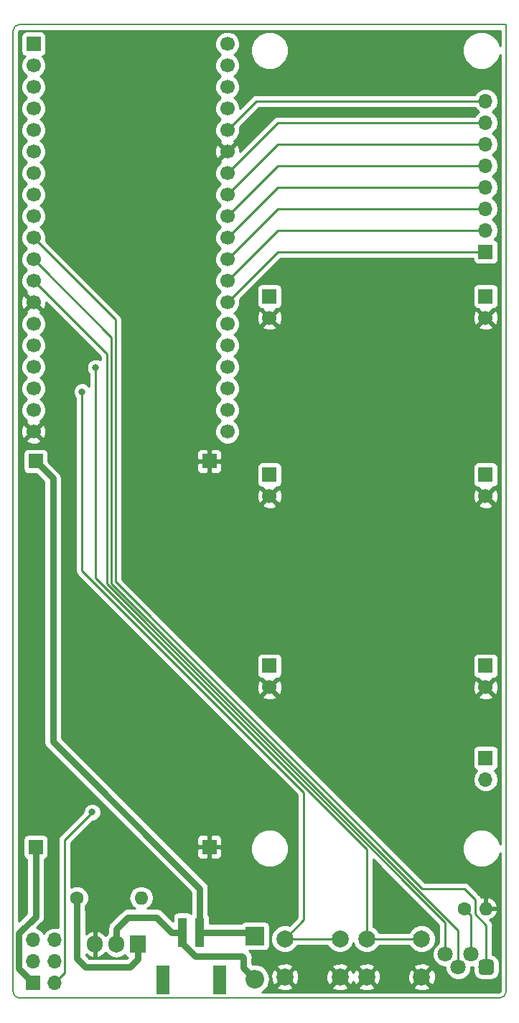
<source format=gbr>
%TF.GenerationSoftware,KiCad,Pcbnew,(5.0.2)-1*%
%TF.CreationDate,2019-03-22T12:12:08-04:00*%
%TF.ProjectId,Door_Lock,446f6f72-5f4c-46f6-936b-2e6b69636164,rev?*%
%TF.SameCoordinates,Original*%
%TF.FileFunction,Copper,L2,Bot*%
%TF.FilePolarity,Positive*%
%FSLAX46Y46*%
G04 Gerber Fmt 4.6, Leading zero omitted, Abs format (unit mm)*
G04 Created by KiCad (PCBNEW (5.0.2)-1) date 3/22/2019 12:12:08 PM*
%MOMM*%
%LPD*%
G01*
G04 APERTURE LIST*
%ADD10C,0.150000*%
%ADD11C,1.600000*%
%ADD12O,1.600000X1.600000*%
%ADD13R,1.700000X1.700000*%
%ADD14O,1.700000X1.700000*%
%ADD15C,1.700000*%
%ADD16R,1.000000X3.500000*%
%ADD17R,1.500000X3.400000*%
%ADD18R,2.200000X2.200000*%
%ADD19O,2.200000X2.200000*%
%ADD20C,1.800000*%
%ADD21C,0.100000*%
%ADD22C,2.000000*%
%ADD23R,1.905000X2.000000*%
%ADD24O,1.905000X2.000000*%
%ADD25C,0.800000*%
%ADD26C,0.800000*%
%ADD27C,0.250000*%
%ADD28C,0.254000*%
G04 APERTURE END LIST*
D10*
X59436000Y-146050000D02*
G75*
G02X58674000Y-145288000I0J762000D01*
G01*
X116840000Y-145288000D02*
G75*
G02X116078000Y-146050000I-762000J0D01*
G01*
X58674000Y-32004000D02*
G75*
G02X59436000Y-31242000I762000J0D01*
G01*
X58674000Y-145288000D02*
X58674000Y-32004000D01*
X116078000Y-146050000D02*
X59436000Y-146050000D01*
X116840000Y-31242000D02*
X116840000Y-145288000D01*
X59436000Y-31242000D02*
X116840000Y-31242000D01*
D11*
X66167000Y-134239000D03*
D12*
X73787000Y-134239000D03*
D13*
X114412700Y-117729000D03*
D14*
X114412700Y-120269000D03*
D13*
X61087000Y-33528000D03*
D15*
X61087000Y-36068000D03*
X61087000Y-38608000D03*
X61087000Y-41148000D03*
X61087000Y-43688000D03*
X61087000Y-46228000D03*
X61087000Y-48768000D03*
X61087000Y-51308000D03*
X61087000Y-53848000D03*
X61087000Y-56388000D03*
X61087000Y-58928000D03*
X61087000Y-61468000D03*
X61087000Y-64008000D03*
X61087000Y-66548000D03*
X61087000Y-69088000D03*
X61087000Y-71628000D03*
X61087000Y-74168000D03*
X61087000Y-76708000D03*
X61087000Y-79248000D03*
X83947000Y-74168000D03*
X83947000Y-79248000D03*
X83947000Y-76708000D03*
X83947000Y-71628000D03*
X83947000Y-69088000D03*
X83947000Y-66548000D03*
X83947000Y-64008000D03*
X83947000Y-61468000D03*
X83947000Y-58928000D03*
X83947000Y-56388000D03*
X83947000Y-53848000D03*
X83947000Y-51308000D03*
X83947000Y-48768000D03*
X83947000Y-46228000D03*
X83947000Y-43688000D03*
X83947000Y-41148000D03*
X83947000Y-38608000D03*
X83947000Y-36068000D03*
X83947000Y-33528000D03*
D13*
X61341000Y-82740500D03*
X81841000Y-82740500D03*
X81841000Y-128240500D03*
X61341000Y-128240500D03*
D16*
X80677000Y-138291000D03*
X78677000Y-138291000D03*
D17*
X83027000Y-143891000D03*
X76327000Y-143891000D03*
D13*
X61023500Y-144272000D03*
D14*
X63563500Y-144272000D03*
X61023500Y-141732000D03*
X63563500Y-141732000D03*
X61023500Y-139192000D03*
X63563500Y-139192000D03*
D11*
X111887000Y-135509000D03*
D12*
X114427000Y-135509000D03*
D13*
X114412700Y-58039000D03*
D14*
X114412700Y-55499000D03*
X114412700Y-52959000D03*
X114412700Y-50419000D03*
X114412700Y-47879000D03*
X114412700Y-45339000D03*
X114412700Y-42799000D03*
X114412700Y-40259000D03*
D13*
X88912700Y-63290000D03*
D15*
X88912700Y-65830000D03*
D13*
X88912700Y-84330000D03*
D15*
X88912700Y-86870000D03*
D13*
X88912700Y-106870000D03*
D15*
X88912700Y-109410000D03*
X114412700Y-109410000D03*
D13*
X114412700Y-106870000D03*
D15*
X114412700Y-86870000D03*
D13*
X114412700Y-84330000D03*
D15*
X114412700Y-65830000D03*
D13*
X114412700Y-63290000D03*
D18*
X87210900Y-138722100D03*
D19*
X87210900Y-143802100D03*
D20*
X109664500Y-140881100D03*
X111188500Y-142405100D03*
X112712500Y-140881100D03*
D21*
G36*
X114984608Y-141507267D02*
X115028291Y-141513747D01*
X115071128Y-141524477D01*
X115112708Y-141539354D01*
X115152629Y-141558235D01*
X115190507Y-141580939D01*
X115225977Y-141607245D01*
X115258698Y-141636902D01*
X115288355Y-141669623D01*
X115314661Y-141705093D01*
X115337365Y-141742971D01*
X115356246Y-141782892D01*
X115371123Y-141824472D01*
X115381853Y-141867309D01*
X115388333Y-141910992D01*
X115390500Y-141955100D01*
X115390500Y-142855100D01*
X115388333Y-142899208D01*
X115381853Y-142942891D01*
X115371123Y-142985728D01*
X115356246Y-143027308D01*
X115337365Y-143067229D01*
X115314661Y-143105107D01*
X115288355Y-143140577D01*
X115258698Y-143173298D01*
X115225977Y-143202955D01*
X115190507Y-143229261D01*
X115152629Y-143251965D01*
X115112708Y-143270846D01*
X115071128Y-143285723D01*
X115028291Y-143296453D01*
X114984608Y-143302933D01*
X114940500Y-143305100D01*
X114040500Y-143305100D01*
X113996392Y-143302933D01*
X113952709Y-143296453D01*
X113909872Y-143285723D01*
X113868292Y-143270846D01*
X113828371Y-143251965D01*
X113790493Y-143229261D01*
X113755023Y-143202955D01*
X113722302Y-143173298D01*
X113692645Y-143140577D01*
X113666339Y-143105107D01*
X113643635Y-143067229D01*
X113624754Y-143027308D01*
X113609877Y-142985728D01*
X113599147Y-142942891D01*
X113592667Y-142899208D01*
X113590500Y-142855100D01*
X113590500Y-141955100D01*
X113592667Y-141910992D01*
X113599147Y-141867309D01*
X113609877Y-141824472D01*
X113624754Y-141782892D01*
X113643635Y-141742971D01*
X113666339Y-141705093D01*
X113692645Y-141669623D01*
X113722302Y-141636902D01*
X113755023Y-141607245D01*
X113790493Y-141580939D01*
X113828371Y-141558235D01*
X113868292Y-141539354D01*
X113909872Y-141524477D01*
X113952709Y-141513747D01*
X113996392Y-141507267D01*
X114040500Y-141505100D01*
X114940500Y-141505100D01*
X114984608Y-141507267D01*
X114984608Y-141507267D01*
G37*
D20*
X114490500Y-142405100D03*
D22*
X90731200Y-143573500D03*
X90731200Y-139073500D03*
X97231200Y-143573500D03*
X97231200Y-139073500D03*
X106870500Y-139073500D03*
X106870500Y-143573500D03*
X100370500Y-139073500D03*
X100370500Y-143573500D03*
D23*
X73406000Y-139700000D03*
D24*
X70866000Y-139700000D03*
X68326000Y-139700000D03*
D25*
X68008500Y-124142500D03*
X68389500Y-71691500D03*
X66802000Y-74549000D03*
D26*
X73406000Y-141500000D02*
X73406000Y-139700000D01*
X72475500Y-142430500D02*
X73406000Y-141500000D01*
X67246500Y-142430500D02*
X72475500Y-142430500D01*
X66230500Y-141414500D02*
X67246500Y-142430500D01*
X66230500Y-135826500D02*
X66230500Y-141414500D01*
X66167000Y-135763000D02*
X66230500Y-135826500D01*
X66167000Y-134239000D02*
X66167000Y-135763000D01*
X77377000Y-138291000D02*
X75611000Y-136525000D01*
X78677000Y-138291000D02*
X77377000Y-138291000D01*
X70866000Y-137900000D02*
X70866000Y-139700000D01*
X72241000Y-136525000D02*
X70866000Y-137900000D01*
X75611000Y-136525000D02*
X72241000Y-136525000D01*
X85852000Y-142443200D02*
X87210900Y-143802100D01*
X85852000Y-141287500D02*
X85852000Y-142443200D01*
X85661500Y-141097000D02*
X85852000Y-141287500D01*
X80152998Y-141097000D02*
X85661500Y-141097000D01*
X78677000Y-138291000D02*
X78677000Y-139621002D01*
X78677000Y-139621002D02*
X80152998Y-141097000D01*
D27*
X61936999Y-62317999D02*
X61087000Y-61468000D01*
X109664500Y-140881100D02*
X109664500Y-137162822D01*
X69723000Y-70104000D02*
X61936999Y-62317999D01*
X69723000Y-97221322D02*
X69723000Y-70104000D01*
X109664500Y-137162822D02*
X69723000Y-97221322D01*
X111188500Y-138050411D02*
X70288989Y-97150900D01*
X70288989Y-97150900D02*
X70288989Y-68129989D01*
X70288989Y-68129989D02*
X61936999Y-59777999D01*
X111188500Y-142405100D02*
X111188500Y-138050411D01*
X61936999Y-59777999D02*
X61087000Y-58928000D01*
X70739000Y-66040000D02*
X61087000Y-56388000D01*
X70739000Y-96964500D02*
X70739000Y-66040000D01*
X114490500Y-137476090D02*
X113157000Y-136142590D01*
X114490500Y-142405100D02*
X114490500Y-137476090D01*
X113157000Y-136142590D02*
X113157000Y-134429500D01*
X113157000Y-134429500D02*
X111887000Y-133159500D01*
X111887000Y-133159500D02*
X106934000Y-133159500D01*
X106934000Y-133159500D02*
X70739000Y-96964500D01*
D26*
X86779800Y-138291000D02*
X87210900Y-138722100D01*
X80677000Y-138291000D02*
X86779800Y-138291000D01*
X63373000Y-84772500D02*
X61341000Y-82740500D01*
X63373000Y-115824000D02*
X63373000Y-84772500D01*
X80677000Y-138291000D02*
X80677000Y-133128000D01*
X80677000Y-133128000D02*
X63373000Y-115824000D01*
X61341000Y-136461500D02*
X61341000Y-128240500D01*
X59349010Y-138453490D02*
X61341000Y-136461500D01*
X61023500Y-144272000D02*
X59349010Y-142597510D01*
X59349010Y-142597510D02*
X59349010Y-138453490D01*
D27*
X113144300Y-140449300D02*
X112712500Y-140881100D01*
X112712500Y-136334500D02*
X111887000Y-135509000D01*
X112712500Y-140881100D02*
X112712500Y-136334500D01*
X64738501Y-143096999D02*
X64738501Y-127412499D01*
X64738501Y-127412499D02*
X67608501Y-124542499D01*
X63563500Y-144272000D02*
X64738501Y-143096999D01*
X67608501Y-124542499D02*
X68008500Y-124142500D01*
X89916000Y-58039000D02*
X83947000Y-64008000D01*
X114412700Y-58039000D02*
X89916000Y-58039000D01*
X89916000Y-55499000D02*
X83947000Y-61468000D01*
X89916000Y-55499000D02*
X114412700Y-55499000D01*
X89916000Y-52959000D02*
X83947000Y-58928000D01*
X89916000Y-52959000D02*
X114412700Y-52959000D01*
X89916000Y-50419000D02*
X83947000Y-56388000D01*
X89916000Y-50419000D02*
X114412700Y-50419000D01*
X89916000Y-47879000D02*
X83947000Y-53848000D01*
X89916000Y-47879000D02*
X114412700Y-47879000D01*
X89916000Y-45339000D02*
X83947000Y-51308000D01*
X89916000Y-45339000D02*
X114412700Y-45339000D01*
X89916000Y-42799000D02*
X83947000Y-48768000D01*
X89916000Y-42799000D02*
X114412700Y-42799000D01*
X87376000Y-40259000D02*
X83947000Y-43688000D01*
X87376000Y-40259000D02*
X114412700Y-40259000D01*
X106870500Y-139073500D02*
X100370500Y-139073500D01*
X68389500Y-96524232D02*
X68389500Y-71691500D01*
X100370500Y-139073500D02*
X100370500Y-128505232D01*
X100370500Y-128505232D02*
X68389500Y-96524232D01*
X97231200Y-139073500D02*
X90731200Y-139073500D01*
X66802000Y-95631000D02*
X66802000Y-74549000D01*
X92964000Y-121793000D02*
X66802000Y-95631000D01*
X90731200Y-139073500D02*
X92964000Y-136840700D01*
X92964000Y-136840700D02*
X92964000Y-121793000D01*
D28*
G36*
X116130000Y-33802700D02*
X115807441Y-33023974D01*
X115178726Y-32395259D01*
X114357269Y-32055000D01*
X113468131Y-32055000D01*
X112646674Y-32395259D01*
X112017959Y-33023974D01*
X111677700Y-33845431D01*
X111677700Y-34734569D01*
X112017959Y-35556026D01*
X112646674Y-36184741D01*
X113468131Y-36525000D01*
X114357269Y-36525000D01*
X115178726Y-36184741D01*
X115807441Y-35556026D01*
X116130000Y-34777300D01*
X116130001Y-127922702D01*
X115807441Y-127143974D01*
X115178726Y-126515259D01*
X114357269Y-126175000D01*
X113468131Y-126175000D01*
X112646674Y-126515259D01*
X112017959Y-127143974D01*
X111677700Y-127965431D01*
X111677700Y-128854569D01*
X112017959Y-129676026D01*
X112646674Y-130304741D01*
X113468131Y-130645000D01*
X114357269Y-130645000D01*
X115178726Y-130304741D01*
X115807441Y-129676026D01*
X116130001Y-128897298D01*
X116130001Y-145218068D01*
X116113192Y-145302574D01*
X116104933Y-145314933D01*
X116092574Y-145323192D01*
X116008074Y-145340000D01*
X88032187Y-145340000D01*
X88461765Y-145052965D01*
X88680214Y-144726032D01*
X89758273Y-144726032D01*
X89856936Y-144992887D01*
X90466661Y-145219408D01*
X91116660Y-145195356D01*
X91605464Y-144992887D01*
X91704127Y-144726032D01*
X96258273Y-144726032D01*
X96356936Y-144992887D01*
X96966661Y-145219408D01*
X97616660Y-145195356D01*
X98105464Y-144992887D01*
X98204127Y-144726032D01*
X99397573Y-144726032D01*
X99496236Y-144992887D01*
X100105961Y-145219408D01*
X100755960Y-145195356D01*
X101244764Y-144992887D01*
X101343427Y-144726032D01*
X105897573Y-144726032D01*
X105996236Y-144992887D01*
X106605961Y-145219408D01*
X107255960Y-145195356D01*
X107744764Y-144992887D01*
X107843427Y-144726032D01*
X106870500Y-143753105D01*
X105897573Y-144726032D01*
X101343427Y-144726032D01*
X100370500Y-143753105D01*
X99397573Y-144726032D01*
X98204127Y-144726032D01*
X97231200Y-143753105D01*
X96258273Y-144726032D01*
X91704127Y-144726032D01*
X90731200Y-143753105D01*
X89758273Y-144726032D01*
X88680214Y-144726032D01*
X88845234Y-144479063D01*
X88979890Y-143802100D01*
X88881799Y-143308961D01*
X89085292Y-143308961D01*
X89109344Y-143958960D01*
X89311813Y-144447764D01*
X89578668Y-144546427D01*
X90551595Y-143573500D01*
X90910805Y-143573500D01*
X91883732Y-144546427D01*
X92150587Y-144447764D01*
X92377108Y-143838039D01*
X92357531Y-143308961D01*
X95585292Y-143308961D01*
X95609344Y-143958960D01*
X95811813Y-144447764D01*
X96078668Y-144546427D01*
X97051595Y-143573500D01*
X97410805Y-143573500D01*
X98383732Y-144546427D01*
X98650587Y-144447764D01*
X98792684Y-144065282D01*
X98951113Y-144447764D01*
X99217968Y-144546427D01*
X100190895Y-143573500D01*
X100550105Y-143573500D01*
X101523032Y-144546427D01*
X101789887Y-144447764D01*
X102016408Y-143838039D01*
X101996831Y-143308961D01*
X105224592Y-143308961D01*
X105248644Y-143958960D01*
X105451113Y-144447764D01*
X105717968Y-144546427D01*
X106690895Y-143573500D01*
X107050105Y-143573500D01*
X108023032Y-144546427D01*
X108289887Y-144447764D01*
X108516408Y-143838039D01*
X108492356Y-143188040D01*
X108289887Y-142699236D01*
X108023032Y-142600573D01*
X107050105Y-143573500D01*
X106690895Y-143573500D01*
X105717968Y-142600573D01*
X105451113Y-142699236D01*
X105224592Y-143308961D01*
X101996831Y-143308961D01*
X101992356Y-143188040D01*
X101789887Y-142699236D01*
X101523032Y-142600573D01*
X100550105Y-143573500D01*
X100190895Y-143573500D01*
X99217968Y-142600573D01*
X98951113Y-142699236D01*
X98809016Y-143081718D01*
X98650587Y-142699236D01*
X98383732Y-142600573D01*
X97410805Y-143573500D01*
X97051595Y-143573500D01*
X96078668Y-142600573D01*
X95811813Y-142699236D01*
X95585292Y-143308961D01*
X92357531Y-143308961D01*
X92353056Y-143188040D01*
X92150587Y-142699236D01*
X91883732Y-142600573D01*
X90910805Y-143573500D01*
X90551595Y-143573500D01*
X89578668Y-142600573D01*
X89311813Y-142699236D01*
X89085292Y-143308961D01*
X88881799Y-143308961D01*
X88845234Y-143125137D01*
X88461765Y-142551235D01*
X88266807Y-142420968D01*
X89758273Y-142420968D01*
X90731200Y-143393895D01*
X91704127Y-142420968D01*
X96258273Y-142420968D01*
X97231200Y-143393895D01*
X98204127Y-142420968D01*
X99397573Y-142420968D01*
X100370500Y-143393895D01*
X101343427Y-142420968D01*
X105897573Y-142420968D01*
X106870500Y-143393895D01*
X107843427Y-142420968D01*
X107744764Y-142154113D01*
X107135039Y-141927592D01*
X106485040Y-141951644D01*
X105996236Y-142154113D01*
X105897573Y-142420968D01*
X101343427Y-142420968D01*
X101244764Y-142154113D01*
X100635039Y-141927592D01*
X99985040Y-141951644D01*
X99496236Y-142154113D01*
X99397573Y-142420968D01*
X98204127Y-142420968D01*
X98105464Y-142154113D01*
X97495739Y-141927592D01*
X96845740Y-141951644D01*
X96356936Y-142154113D01*
X96258273Y-142420968D01*
X91704127Y-142420968D01*
X91605464Y-142154113D01*
X90995739Y-141927592D01*
X90345740Y-141951644D01*
X89856936Y-142154113D01*
X89758273Y-142420968D01*
X88266807Y-142420968D01*
X87887863Y-142167766D01*
X87381780Y-142067100D01*
X87040020Y-142067100D01*
X86956269Y-142083759D01*
X86887000Y-142014490D01*
X86887000Y-141389434D01*
X86907276Y-141287500D01*
X86841327Y-140955951D01*
X86826948Y-140883663D01*
X86598193Y-140541307D01*
X86511773Y-140483563D01*
X86497750Y-140469540D01*
X88310900Y-140469540D01*
X88558665Y-140420257D01*
X88768709Y-140279909D01*
X88909057Y-140069865D01*
X88958340Y-139822100D01*
X88958340Y-137622100D01*
X88909057Y-137374335D01*
X88768709Y-137164291D01*
X88558665Y-137023943D01*
X88310900Y-136974660D01*
X86110900Y-136974660D01*
X85863135Y-137023943D01*
X85653091Y-137164291D01*
X85591813Y-137256000D01*
X81824440Y-137256000D01*
X81824440Y-136541000D01*
X81775157Y-136293235D01*
X81712000Y-136198715D01*
X81712000Y-133229929D01*
X81732275Y-133127999D01*
X81712000Y-133026070D01*
X81712000Y-133026065D01*
X81651948Y-132724163D01*
X81423193Y-132381807D01*
X81336776Y-132324065D01*
X77538961Y-128526250D01*
X80356000Y-128526250D01*
X80356000Y-129216810D01*
X80452673Y-129450199D01*
X80631302Y-129628827D01*
X80864691Y-129725500D01*
X81555250Y-129725500D01*
X81714000Y-129566750D01*
X81714000Y-128367500D01*
X81968000Y-128367500D01*
X81968000Y-129566750D01*
X82126750Y-129725500D01*
X82817309Y-129725500D01*
X83050698Y-129628827D01*
X83229327Y-129450199D01*
X83326000Y-129216810D01*
X83326000Y-128526250D01*
X83167250Y-128367500D01*
X81968000Y-128367500D01*
X81714000Y-128367500D01*
X80514750Y-128367500D01*
X80356000Y-128526250D01*
X77538961Y-128526250D01*
X76276901Y-127264190D01*
X80356000Y-127264190D01*
X80356000Y-127954750D01*
X80514750Y-128113500D01*
X81714000Y-128113500D01*
X81714000Y-126914250D01*
X81968000Y-126914250D01*
X81968000Y-128113500D01*
X83167250Y-128113500D01*
X83315319Y-127965431D01*
X86677700Y-127965431D01*
X86677700Y-128854569D01*
X87017959Y-129676026D01*
X87646674Y-130304741D01*
X88468131Y-130645000D01*
X89357269Y-130645000D01*
X90178726Y-130304741D01*
X90807441Y-129676026D01*
X91147700Y-128854569D01*
X91147700Y-127965431D01*
X90807441Y-127143974D01*
X90178726Y-126515259D01*
X89357269Y-126175000D01*
X88468131Y-126175000D01*
X87646674Y-126515259D01*
X87017959Y-127143974D01*
X86677700Y-127965431D01*
X83315319Y-127965431D01*
X83326000Y-127954750D01*
X83326000Y-127264190D01*
X83229327Y-127030801D01*
X83050698Y-126852173D01*
X82817309Y-126755500D01*
X82126750Y-126755500D01*
X81968000Y-126914250D01*
X81714000Y-126914250D01*
X81555250Y-126755500D01*
X80864691Y-126755500D01*
X80631302Y-126852173D01*
X80452673Y-127030801D01*
X80356000Y-127264190D01*
X76276901Y-127264190D01*
X64408000Y-115395290D01*
X64408000Y-84874434D01*
X64428276Y-84772500D01*
X64347948Y-84368663D01*
X64260602Y-84237940D01*
X64119193Y-84026307D01*
X64032776Y-83968565D01*
X62838440Y-82774230D01*
X62838440Y-81890500D01*
X62789157Y-81642735D01*
X62648809Y-81432691D01*
X62438765Y-81292343D01*
X62191000Y-81243060D01*
X60491000Y-81243060D01*
X60243235Y-81292343D01*
X60033191Y-81432691D01*
X59892843Y-81642735D01*
X59843560Y-81890500D01*
X59843560Y-83590500D01*
X59892843Y-83838265D01*
X60033191Y-84048309D01*
X60243235Y-84188657D01*
X60491000Y-84237940D01*
X61374730Y-84237940D01*
X62338001Y-85201212D01*
X62338000Y-115722066D01*
X62317724Y-115824000D01*
X62338000Y-115925934D01*
X62398052Y-116227836D01*
X62626807Y-116570193D01*
X62713227Y-116627937D01*
X79642001Y-133556712D01*
X79642000Y-136093954D01*
X79634809Y-136083191D01*
X79424765Y-135942843D01*
X79177000Y-135893560D01*
X78177000Y-135893560D01*
X77929235Y-135942843D01*
X77719191Y-136083191D01*
X77578843Y-136293235D01*
X77529560Y-136541000D01*
X77529560Y-136979849D01*
X76414937Y-135865227D01*
X76357193Y-135778807D01*
X76014837Y-135550052D01*
X75712935Y-135490000D01*
X75712934Y-135490000D01*
X75611000Y-135469724D01*
X75509066Y-135490000D01*
X74497677Y-135490000D01*
X74821577Y-135273577D01*
X75138740Y-134798909D01*
X75250113Y-134239000D01*
X75138740Y-133679091D01*
X74821577Y-133204423D01*
X74346909Y-132887260D01*
X73928333Y-132804000D01*
X73645667Y-132804000D01*
X73227091Y-132887260D01*
X72752423Y-133204423D01*
X72435260Y-133679091D01*
X72323887Y-134239000D01*
X72435260Y-134798909D01*
X72752423Y-135273577D01*
X73076323Y-135490000D01*
X72342934Y-135490000D01*
X72241000Y-135469724D01*
X72139065Y-135490000D01*
X71837163Y-135550052D01*
X71494807Y-135778807D01*
X71437065Y-135865224D01*
X70206227Y-137096063D01*
X70119807Y-137153807D01*
X69930953Y-137436448D01*
X69891052Y-137496164D01*
X69810724Y-137900000D01*
X69831000Y-138001935D01*
X69831000Y-138434796D01*
X69721477Y-138507977D01*
X69586841Y-138709474D01*
X69192924Y-138324027D01*
X68698980Y-138109437D01*
X68453000Y-138229406D01*
X68453000Y-139573000D01*
X68473000Y-139573000D01*
X68473000Y-139827000D01*
X68453000Y-139827000D01*
X68453000Y-141170594D01*
X68698980Y-141290563D01*
X69192924Y-141075973D01*
X69586841Y-140690526D01*
X69721477Y-140892023D01*
X70246589Y-141242891D01*
X70866000Y-141366100D01*
X71485410Y-141242891D01*
X71877491Y-140980912D01*
X71995691Y-141157809D01*
X72168807Y-141273482D01*
X72046790Y-141395500D01*
X67675211Y-141395500D01*
X67265500Y-140985790D01*
X67265500Y-140886559D01*
X67459076Y-141075973D01*
X67953020Y-141290563D01*
X68199000Y-141170594D01*
X68199000Y-139827000D01*
X68179000Y-139827000D01*
X68179000Y-139573000D01*
X68199000Y-139573000D01*
X68199000Y-138229406D01*
X67953020Y-138109437D01*
X67459076Y-138324027D01*
X67265500Y-138513441D01*
X67265500Y-135928434D01*
X67285776Y-135826500D01*
X67244421Y-135618596D01*
X67205448Y-135422663D01*
X67202000Y-135417503D01*
X67202000Y-135233396D01*
X67383534Y-135051862D01*
X67602000Y-134524439D01*
X67602000Y-133953561D01*
X67383534Y-133426138D01*
X66979862Y-133022466D01*
X66452439Y-132804000D01*
X65881561Y-132804000D01*
X65498501Y-132962669D01*
X65498501Y-127727300D01*
X68048302Y-125177500D01*
X68214374Y-125177500D01*
X68594780Y-125019931D01*
X68885931Y-124728780D01*
X69043500Y-124348374D01*
X69043500Y-123936626D01*
X68885931Y-123556220D01*
X68594780Y-123265069D01*
X68214374Y-123107500D01*
X67802626Y-123107500D01*
X67422220Y-123265069D01*
X67131069Y-123556220D01*
X66973500Y-123936626D01*
X66973500Y-124102698D01*
X64254029Y-126822170D01*
X64190573Y-126864570D01*
X64148173Y-126928026D01*
X64148172Y-126928027D01*
X64022598Y-127115962D01*
X63963613Y-127412499D01*
X63978502Y-127487351D01*
X63978501Y-137760457D01*
X63709756Y-137707000D01*
X63417244Y-137707000D01*
X62984082Y-137793161D01*
X62492875Y-138121375D01*
X62293500Y-138419761D01*
X62094125Y-138121375D01*
X61602918Y-137793161D01*
X61494596Y-137771615D01*
X62000776Y-137265435D01*
X62087193Y-137207693D01*
X62315948Y-136865337D01*
X62365764Y-136614893D01*
X62396276Y-136461501D01*
X62376000Y-136359566D01*
X62376000Y-129701142D01*
X62438765Y-129688657D01*
X62648809Y-129548309D01*
X62789157Y-129338265D01*
X62838440Y-129090500D01*
X62838440Y-127390500D01*
X62789157Y-127142735D01*
X62648809Y-126932691D01*
X62438765Y-126792343D01*
X62191000Y-126743060D01*
X60491000Y-126743060D01*
X60243235Y-126792343D01*
X60033191Y-126932691D01*
X59892843Y-127142735D01*
X59843560Y-127390500D01*
X59843560Y-129090500D01*
X59892843Y-129338265D01*
X60033191Y-129548309D01*
X60243235Y-129688657D01*
X60306001Y-129701142D01*
X60306000Y-136032789D01*
X59384000Y-136954790D01*
X59384000Y-80291958D01*
X60222647Y-80291958D01*
X60302920Y-80543259D01*
X60858279Y-80744718D01*
X61448458Y-80718315D01*
X61871080Y-80543259D01*
X61951353Y-80291958D01*
X61087000Y-79427605D01*
X60222647Y-80291958D01*
X59384000Y-80291958D01*
X59384000Y-79019279D01*
X59590282Y-79019279D01*
X59616685Y-79609458D01*
X59791741Y-80032080D01*
X60043042Y-80112353D01*
X60907395Y-79248000D01*
X61266605Y-79248000D01*
X62130958Y-80112353D01*
X62382259Y-80032080D01*
X62583718Y-79476721D01*
X62557315Y-78886542D01*
X62382259Y-78463920D01*
X62130958Y-78383647D01*
X61266605Y-79248000D01*
X60907395Y-79248000D01*
X60043042Y-78383647D01*
X59791741Y-78463920D01*
X59590282Y-79019279D01*
X59384000Y-79019279D01*
X59384000Y-66252615D01*
X59602000Y-66252615D01*
X59602000Y-66843385D01*
X59828078Y-67389185D01*
X60245815Y-67806922D01*
X60272560Y-67818000D01*
X60245815Y-67829078D01*
X59828078Y-68246815D01*
X59602000Y-68792615D01*
X59602000Y-69383385D01*
X59828078Y-69929185D01*
X60245815Y-70346922D01*
X60272560Y-70358000D01*
X60245815Y-70369078D01*
X59828078Y-70786815D01*
X59602000Y-71332615D01*
X59602000Y-71923385D01*
X59828078Y-72469185D01*
X60245815Y-72886922D01*
X60272560Y-72898000D01*
X60245815Y-72909078D01*
X59828078Y-73326815D01*
X59602000Y-73872615D01*
X59602000Y-74463385D01*
X59828078Y-75009185D01*
X60245815Y-75426922D01*
X60272560Y-75438000D01*
X60245815Y-75449078D01*
X59828078Y-75866815D01*
X59602000Y-76412615D01*
X59602000Y-77003385D01*
X59828078Y-77549185D01*
X60245815Y-77966922D01*
X60292247Y-77986155D01*
X60222647Y-78204042D01*
X61087000Y-79068395D01*
X61951353Y-78204042D01*
X61881753Y-77986155D01*
X61928185Y-77966922D01*
X62345922Y-77549185D01*
X62572000Y-77003385D01*
X62572000Y-76412615D01*
X62345922Y-75866815D01*
X61928185Y-75449078D01*
X61901440Y-75438000D01*
X61928185Y-75426922D01*
X62345922Y-75009185D01*
X62572000Y-74463385D01*
X62572000Y-73872615D01*
X62345922Y-73326815D01*
X61928185Y-72909078D01*
X61901440Y-72898000D01*
X61928185Y-72886922D01*
X62345922Y-72469185D01*
X62572000Y-71923385D01*
X62572000Y-71332615D01*
X62345922Y-70786815D01*
X61928185Y-70369078D01*
X61901440Y-70358000D01*
X61928185Y-70346922D01*
X62345922Y-69929185D01*
X62572000Y-69383385D01*
X62572000Y-68792615D01*
X62345922Y-68246815D01*
X61928185Y-67829078D01*
X61901440Y-67818000D01*
X61928185Y-67806922D01*
X62345922Y-67389185D01*
X62572000Y-66843385D01*
X62572000Y-66252615D01*
X62345922Y-65706815D01*
X61928185Y-65289078D01*
X61881753Y-65269845D01*
X61951353Y-65051958D01*
X61087000Y-64187605D01*
X60222647Y-65051958D01*
X60292247Y-65269845D01*
X60245815Y-65289078D01*
X59828078Y-65706815D01*
X59602000Y-66252615D01*
X59384000Y-66252615D01*
X59384000Y-63779279D01*
X59590282Y-63779279D01*
X59616685Y-64369458D01*
X59791741Y-64792080D01*
X60043042Y-64872353D01*
X60907395Y-64008000D01*
X60043042Y-63143647D01*
X59791741Y-63223920D01*
X59590282Y-63779279D01*
X59384000Y-63779279D01*
X59384000Y-32678000D01*
X59589560Y-32678000D01*
X59589560Y-34378000D01*
X59638843Y-34625765D01*
X59779191Y-34835809D01*
X59989235Y-34976157D01*
X60063887Y-34991006D01*
X59828078Y-35226815D01*
X59602000Y-35772615D01*
X59602000Y-36363385D01*
X59828078Y-36909185D01*
X60245815Y-37326922D01*
X60272560Y-37338000D01*
X60245815Y-37349078D01*
X59828078Y-37766815D01*
X59602000Y-38312615D01*
X59602000Y-38903385D01*
X59828078Y-39449185D01*
X60245815Y-39866922D01*
X60272560Y-39878000D01*
X60245815Y-39889078D01*
X59828078Y-40306815D01*
X59602000Y-40852615D01*
X59602000Y-41443385D01*
X59828078Y-41989185D01*
X60245815Y-42406922D01*
X60272560Y-42418000D01*
X60245815Y-42429078D01*
X59828078Y-42846815D01*
X59602000Y-43392615D01*
X59602000Y-43983385D01*
X59828078Y-44529185D01*
X60245815Y-44946922D01*
X60272560Y-44958000D01*
X60245815Y-44969078D01*
X59828078Y-45386815D01*
X59602000Y-45932615D01*
X59602000Y-46523385D01*
X59828078Y-47069185D01*
X60245815Y-47486922D01*
X60272560Y-47498000D01*
X60245815Y-47509078D01*
X59828078Y-47926815D01*
X59602000Y-48472615D01*
X59602000Y-49063385D01*
X59828078Y-49609185D01*
X60245815Y-50026922D01*
X60272560Y-50038000D01*
X60245815Y-50049078D01*
X59828078Y-50466815D01*
X59602000Y-51012615D01*
X59602000Y-51603385D01*
X59828078Y-52149185D01*
X60245815Y-52566922D01*
X60272560Y-52578000D01*
X60245815Y-52589078D01*
X59828078Y-53006815D01*
X59602000Y-53552615D01*
X59602000Y-54143385D01*
X59828078Y-54689185D01*
X60245815Y-55106922D01*
X60272560Y-55118000D01*
X60245815Y-55129078D01*
X59828078Y-55546815D01*
X59602000Y-56092615D01*
X59602000Y-56683385D01*
X59828078Y-57229185D01*
X60245815Y-57646922D01*
X60272560Y-57658000D01*
X60245815Y-57669078D01*
X59828078Y-58086815D01*
X59602000Y-58632615D01*
X59602000Y-59223385D01*
X59828078Y-59769185D01*
X60245815Y-60186922D01*
X60272560Y-60198000D01*
X60245815Y-60209078D01*
X59828078Y-60626815D01*
X59602000Y-61172615D01*
X59602000Y-61763385D01*
X59828078Y-62309185D01*
X60245815Y-62726922D01*
X60292247Y-62746155D01*
X60222647Y-62964042D01*
X61087000Y-63828395D01*
X61101143Y-63814253D01*
X61280748Y-63993858D01*
X61266605Y-64008000D01*
X62130958Y-64872353D01*
X62382259Y-64792080D01*
X62583718Y-64236721D01*
X62574483Y-64030284D01*
X68963001Y-70418803D01*
X68963001Y-70808776D01*
X68595374Y-70656500D01*
X68183626Y-70656500D01*
X67803220Y-70814069D01*
X67512069Y-71105220D01*
X67354500Y-71485626D01*
X67354500Y-71897374D01*
X67512069Y-72277780D01*
X67629501Y-72395212D01*
X67629501Y-73912790D01*
X67388280Y-73671569D01*
X67007874Y-73514000D01*
X66596126Y-73514000D01*
X66215720Y-73671569D01*
X65924569Y-73962720D01*
X65767000Y-74343126D01*
X65767000Y-74754874D01*
X65924569Y-75135280D01*
X66042001Y-75252712D01*
X66042000Y-95556153D01*
X66027112Y-95631000D01*
X66042000Y-95705847D01*
X66042000Y-95705851D01*
X66086096Y-95927536D01*
X66254071Y-96178929D01*
X66317530Y-96221331D01*
X92204001Y-122107803D01*
X92204000Y-136525898D01*
X91222575Y-137507323D01*
X91056422Y-137438500D01*
X90405978Y-137438500D01*
X89805047Y-137687414D01*
X89345114Y-138147347D01*
X89096200Y-138748278D01*
X89096200Y-139398722D01*
X89345114Y-139999653D01*
X89805047Y-140459586D01*
X90405978Y-140708500D01*
X91056422Y-140708500D01*
X91657353Y-140459586D01*
X92117286Y-139999653D01*
X92186109Y-139833500D01*
X95776291Y-139833500D01*
X95845114Y-139999653D01*
X96305047Y-140459586D01*
X96905978Y-140708500D01*
X97556422Y-140708500D01*
X98157353Y-140459586D01*
X98617286Y-139999653D01*
X98800850Y-139556491D01*
X98984414Y-139999653D01*
X99444347Y-140459586D01*
X100045278Y-140708500D01*
X100695722Y-140708500D01*
X101296653Y-140459586D01*
X101756586Y-139999653D01*
X101825409Y-139833500D01*
X105415591Y-139833500D01*
X105484414Y-139999653D01*
X105944347Y-140459586D01*
X106545278Y-140708500D01*
X107195722Y-140708500D01*
X107796653Y-140459586D01*
X108256586Y-139999653D01*
X108505500Y-139398722D01*
X108505500Y-138748278D01*
X108256586Y-138147347D01*
X107796653Y-137687414D01*
X107195722Y-137438500D01*
X106545278Y-137438500D01*
X105944347Y-137687414D01*
X105484414Y-138147347D01*
X105415591Y-138313500D01*
X101825409Y-138313500D01*
X101756586Y-138147347D01*
X101296653Y-137687414D01*
X101130500Y-137618591D01*
X101130500Y-129703624D01*
X108904501Y-137477625D01*
X108904500Y-139534431D01*
X108794993Y-139579790D01*
X108363190Y-140011593D01*
X108129500Y-140575770D01*
X108129500Y-141186430D01*
X108363190Y-141750607D01*
X108794993Y-142182410D01*
X109359170Y-142416100D01*
X109653500Y-142416100D01*
X109653500Y-142710430D01*
X109887190Y-143274607D01*
X110318993Y-143706410D01*
X110883170Y-143940100D01*
X111493830Y-143940100D01*
X112058007Y-143706410D01*
X112489810Y-143274607D01*
X112723500Y-142710430D01*
X112723500Y-142416100D01*
X112943060Y-142416100D01*
X112943060Y-142855100D01*
X113026598Y-143275072D01*
X113264493Y-143631107D01*
X113620528Y-143869002D01*
X114040500Y-143952540D01*
X114940500Y-143952540D01*
X115360472Y-143869002D01*
X115716507Y-143631107D01*
X115954402Y-143275072D01*
X116037940Y-142855100D01*
X116037940Y-141955100D01*
X115954402Y-141535128D01*
X115716507Y-141179093D01*
X115360472Y-140941198D01*
X115250500Y-140919323D01*
X115250500Y-137550938D01*
X115265388Y-137476090D01*
X115250500Y-137401242D01*
X115250500Y-137401238D01*
X115206404Y-137179553D01*
X115206404Y-137179552D01*
X115080829Y-136991617D01*
X115038429Y-136928161D01*
X114974973Y-136885761D01*
X114921352Y-136832141D01*
X115282134Y-136661389D01*
X115658041Y-136246423D01*
X115818904Y-135858039D01*
X115696915Y-135636000D01*
X114554000Y-135636000D01*
X114554000Y-135656000D01*
X114300000Y-135656000D01*
X114300000Y-135636000D01*
X114280000Y-135636000D01*
X114280000Y-135382000D01*
X114300000Y-135382000D01*
X114300000Y-134238371D01*
X114554000Y-134238371D01*
X114554000Y-135382000D01*
X115696915Y-135382000D01*
X115818904Y-135159961D01*
X115658041Y-134771577D01*
X115282134Y-134356611D01*
X114776041Y-134117086D01*
X114554000Y-134238371D01*
X114300000Y-134238371D01*
X114077959Y-134117086D01*
X113887661Y-134207151D01*
X113872904Y-134132963D01*
X113704929Y-133881571D01*
X113641473Y-133839171D01*
X112477331Y-132675030D01*
X112434929Y-132611571D01*
X112183537Y-132443596D01*
X111961852Y-132399500D01*
X111961847Y-132399500D01*
X111887000Y-132384612D01*
X111812153Y-132399500D01*
X107248802Y-132399500D01*
X95118302Y-120269000D01*
X112898608Y-120269000D01*
X113013861Y-120848418D01*
X113342075Y-121339625D01*
X113833282Y-121667839D01*
X114266444Y-121754000D01*
X114558956Y-121754000D01*
X114992118Y-121667839D01*
X115483325Y-121339625D01*
X115811539Y-120848418D01*
X115926792Y-120269000D01*
X115811539Y-119689582D01*
X115483325Y-119198375D01*
X115465081Y-119186184D01*
X115510465Y-119177157D01*
X115720509Y-119036809D01*
X115860857Y-118826765D01*
X115910140Y-118579000D01*
X115910140Y-116879000D01*
X115860857Y-116631235D01*
X115720509Y-116421191D01*
X115510465Y-116280843D01*
X115262700Y-116231560D01*
X113562700Y-116231560D01*
X113314935Y-116280843D01*
X113104891Y-116421191D01*
X112964543Y-116631235D01*
X112915260Y-116879000D01*
X112915260Y-118579000D01*
X112964543Y-118826765D01*
X113104891Y-119036809D01*
X113314935Y-119177157D01*
X113360319Y-119186184D01*
X113342075Y-119198375D01*
X113013861Y-119689582D01*
X112898608Y-120269000D01*
X95118302Y-120269000D01*
X85303260Y-110453958D01*
X88048347Y-110453958D01*
X88128620Y-110705259D01*
X88683979Y-110906718D01*
X89274158Y-110880315D01*
X89696780Y-110705259D01*
X89777053Y-110453958D01*
X113548347Y-110453958D01*
X113628620Y-110705259D01*
X114183979Y-110906718D01*
X114774158Y-110880315D01*
X115196780Y-110705259D01*
X115277053Y-110453958D01*
X114412700Y-109589605D01*
X113548347Y-110453958D01*
X89777053Y-110453958D01*
X88912700Y-109589605D01*
X88048347Y-110453958D01*
X85303260Y-110453958D01*
X84030581Y-109181279D01*
X87415982Y-109181279D01*
X87442385Y-109771458D01*
X87617441Y-110194080D01*
X87868742Y-110274353D01*
X88733095Y-109410000D01*
X89092305Y-109410000D01*
X89956658Y-110274353D01*
X90207959Y-110194080D01*
X90409418Y-109638721D01*
X90388954Y-109181279D01*
X112915982Y-109181279D01*
X112942385Y-109771458D01*
X113117441Y-110194080D01*
X113368742Y-110274353D01*
X114233095Y-109410000D01*
X114592305Y-109410000D01*
X115456658Y-110274353D01*
X115707959Y-110194080D01*
X115909418Y-109638721D01*
X115883015Y-109048542D01*
X115707959Y-108625920D01*
X115456658Y-108545647D01*
X114592305Y-109410000D01*
X114233095Y-109410000D01*
X113368742Y-108545647D01*
X113117441Y-108625920D01*
X112915982Y-109181279D01*
X90388954Y-109181279D01*
X90383015Y-109048542D01*
X90207959Y-108625920D01*
X89956658Y-108545647D01*
X89092305Y-109410000D01*
X88733095Y-109410000D01*
X87868742Y-108545647D01*
X87617441Y-108625920D01*
X87415982Y-109181279D01*
X84030581Y-109181279D01*
X80869302Y-106020000D01*
X87415260Y-106020000D01*
X87415260Y-107720000D01*
X87464543Y-107967765D01*
X87604891Y-108177809D01*
X87814935Y-108318157D01*
X88048785Y-108364672D01*
X88048347Y-108366042D01*
X88912700Y-109230395D01*
X89777053Y-108366042D01*
X89776615Y-108364672D01*
X90010465Y-108318157D01*
X90220509Y-108177809D01*
X90360857Y-107967765D01*
X90410140Y-107720000D01*
X90410140Y-106020000D01*
X112915260Y-106020000D01*
X112915260Y-107720000D01*
X112964543Y-107967765D01*
X113104891Y-108177809D01*
X113314935Y-108318157D01*
X113548785Y-108364672D01*
X113548347Y-108366042D01*
X114412700Y-109230395D01*
X115277053Y-108366042D01*
X115276615Y-108364672D01*
X115510465Y-108318157D01*
X115720509Y-108177809D01*
X115860857Y-107967765D01*
X115910140Y-107720000D01*
X115910140Y-106020000D01*
X115860857Y-105772235D01*
X115720509Y-105562191D01*
X115510465Y-105421843D01*
X115262700Y-105372560D01*
X113562700Y-105372560D01*
X113314935Y-105421843D01*
X113104891Y-105562191D01*
X112964543Y-105772235D01*
X112915260Y-106020000D01*
X90410140Y-106020000D01*
X90360857Y-105772235D01*
X90220509Y-105562191D01*
X90010465Y-105421843D01*
X89762700Y-105372560D01*
X88062700Y-105372560D01*
X87814935Y-105421843D01*
X87604891Y-105562191D01*
X87464543Y-105772235D01*
X87415260Y-106020000D01*
X80869302Y-106020000D01*
X71499000Y-96649699D01*
X71499000Y-87913958D01*
X88048347Y-87913958D01*
X88128620Y-88165259D01*
X88683979Y-88366718D01*
X89274158Y-88340315D01*
X89696780Y-88165259D01*
X89777053Y-87913958D01*
X113548347Y-87913958D01*
X113628620Y-88165259D01*
X114183979Y-88366718D01*
X114774158Y-88340315D01*
X115196780Y-88165259D01*
X115277053Y-87913958D01*
X114412700Y-87049605D01*
X113548347Y-87913958D01*
X89777053Y-87913958D01*
X88912700Y-87049605D01*
X88048347Y-87913958D01*
X71499000Y-87913958D01*
X71499000Y-86641279D01*
X87415982Y-86641279D01*
X87442385Y-87231458D01*
X87617441Y-87654080D01*
X87868742Y-87734353D01*
X88733095Y-86870000D01*
X89092305Y-86870000D01*
X89956658Y-87734353D01*
X90207959Y-87654080D01*
X90409418Y-87098721D01*
X90388954Y-86641279D01*
X112915982Y-86641279D01*
X112942385Y-87231458D01*
X113117441Y-87654080D01*
X113368742Y-87734353D01*
X114233095Y-86870000D01*
X114592305Y-86870000D01*
X115456658Y-87734353D01*
X115707959Y-87654080D01*
X115909418Y-87098721D01*
X115883015Y-86508542D01*
X115707959Y-86085920D01*
X115456658Y-86005647D01*
X114592305Y-86870000D01*
X114233095Y-86870000D01*
X113368742Y-86005647D01*
X113117441Y-86085920D01*
X112915982Y-86641279D01*
X90388954Y-86641279D01*
X90383015Y-86508542D01*
X90207959Y-86085920D01*
X89956658Y-86005647D01*
X89092305Y-86870000D01*
X88733095Y-86870000D01*
X87868742Y-86005647D01*
X87617441Y-86085920D01*
X87415982Y-86641279D01*
X71499000Y-86641279D01*
X71499000Y-83026250D01*
X80356000Y-83026250D01*
X80356000Y-83716810D01*
X80452673Y-83950199D01*
X80631302Y-84128827D01*
X80864691Y-84225500D01*
X81555250Y-84225500D01*
X81714000Y-84066750D01*
X81714000Y-82867500D01*
X81968000Y-82867500D01*
X81968000Y-84066750D01*
X82126750Y-84225500D01*
X82817309Y-84225500D01*
X83050698Y-84128827D01*
X83229327Y-83950199D01*
X83326000Y-83716810D01*
X83326000Y-83480000D01*
X87415260Y-83480000D01*
X87415260Y-85180000D01*
X87464543Y-85427765D01*
X87604891Y-85637809D01*
X87814935Y-85778157D01*
X88048785Y-85824672D01*
X88048347Y-85826042D01*
X88912700Y-86690395D01*
X89777053Y-85826042D01*
X89776615Y-85824672D01*
X90010465Y-85778157D01*
X90220509Y-85637809D01*
X90360857Y-85427765D01*
X90410140Y-85180000D01*
X90410140Y-83480000D01*
X112915260Y-83480000D01*
X112915260Y-85180000D01*
X112964543Y-85427765D01*
X113104891Y-85637809D01*
X113314935Y-85778157D01*
X113548785Y-85824672D01*
X113548347Y-85826042D01*
X114412700Y-86690395D01*
X115277053Y-85826042D01*
X115276615Y-85824672D01*
X115510465Y-85778157D01*
X115720509Y-85637809D01*
X115860857Y-85427765D01*
X115910140Y-85180000D01*
X115910140Y-83480000D01*
X115860857Y-83232235D01*
X115720509Y-83022191D01*
X115510465Y-82881843D01*
X115262700Y-82832560D01*
X113562700Y-82832560D01*
X113314935Y-82881843D01*
X113104891Y-83022191D01*
X112964543Y-83232235D01*
X112915260Y-83480000D01*
X90410140Y-83480000D01*
X90360857Y-83232235D01*
X90220509Y-83022191D01*
X90010465Y-82881843D01*
X89762700Y-82832560D01*
X88062700Y-82832560D01*
X87814935Y-82881843D01*
X87604891Y-83022191D01*
X87464543Y-83232235D01*
X87415260Y-83480000D01*
X83326000Y-83480000D01*
X83326000Y-83026250D01*
X83167250Y-82867500D01*
X81968000Y-82867500D01*
X81714000Y-82867500D01*
X80514750Y-82867500D01*
X80356000Y-83026250D01*
X71499000Y-83026250D01*
X71499000Y-81764190D01*
X80356000Y-81764190D01*
X80356000Y-82454750D01*
X80514750Y-82613500D01*
X81714000Y-82613500D01*
X81714000Y-81414250D01*
X81968000Y-81414250D01*
X81968000Y-82613500D01*
X83167250Y-82613500D01*
X83326000Y-82454750D01*
X83326000Y-81764190D01*
X83229327Y-81530801D01*
X83050698Y-81352173D01*
X82817309Y-81255500D01*
X82126750Y-81255500D01*
X81968000Y-81414250D01*
X81714000Y-81414250D01*
X81555250Y-81255500D01*
X80864691Y-81255500D01*
X80631302Y-81352173D01*
X80452673Y-81530801D01*
X80356000Y-81764190D01*
X71499000Y-81764190D01*
X71499000Y-66114846D01*
X71513888Y-66039999D01*
X71499000Y-65965152D01*
X71499000Y-65965148D01*
X71454904Y-65743463D01*
X71359900Y-65601279D01*
X71329329Y-65555526D01*
X71329327Y-65555524D01*
X71286929Y-65492071D01*
X71223476Y-65449673D01*
X62538372Y-56764571D01*
X62572000Y-56683385D01*
X62572000Y-56092615D01*
X62345922Y-55546815D01*
X61928185Y-55129078D01*
X61901440Y-55118000D01*
X61928185Y-55106922D01*
X62345922Y-54689185D01*
X62572000Y-54143385D01*
X62572000Y-53552615D01*
X62345922Y-53006815D01*
X61928185Y-52589078D01*
X61901440Y-52578000D01*
X61928185Y-52566922D01*
X62345922Y-52149185D01*
X62572000Y-51603385D01*
X62572000Y-51012615D01*
X62345922Y-50466815D01*
X61928185Y-50049078D01*
X61901440Y-50038000D01*
X61928185Y-50026922D01*
X62345922Y-49609185D01*
X62572000Y-49063385D01*
X62572000Y-48472615D01*
X62345922Y-47926815D01*
X61928185Y-47509078D01*
X61901440Y-47498000D01*
X61928185Y-47486922D01*
X62345922Y-47069185D01*
X62572000Y-46523385D01*
X62572000Y-45999279D01*
X82450282Y-45999279D01*
X82476685Y-46589458D01*
X82651741Y-47012080D01*
X82903042Y-47092353D01*
X83767395Y-46228000D01*
X82903042Y-45363647D01*
X82651741Y-45443920D01*
X82450282Y-45999279D01*
X62572000Y-45999279D01*
X62572000Y-45932615D01*
X62345922Y-45386815D01*
X61928185Y-44969078D01*
X61901440Y-44958000D01*
X61928185Y-44946922D01*
X62345922Y-44529185D01*
X62572000Y-43983385D01*
X62572000Y-43392615D01*
X62345922Y-42846815D01*
X61928185Y-42429078D01*
X61901440Y-42418000D01*
X61928185Y-42406922D01*
X62345922Y-41989185D01*
X62572000Y-41443385D01*
X62572000Y-40852615D01*
X62345922Y-40306815D01*
X61928185Y-39889078D01*
X61901440Y-39878000D01*
X61928185Y-39866922D01*
X62345922Y-39449185D01*
X62572000Y-38903385D01*
X62572000Y-38312615D01*
X62345922Y-37766815D01*
X61928185Y-37349078D01*
X61901440Y-37338000D01*
X61928185Y-37326922D01*
X62345922Y-36909185D01*
X62572000Y-36363385D01*
X62572000Y-35772615D01*
X62345922Y-35226815D01*
X62110113Y-34991006D01*
X62184765Y-34976157D01*
X62394809Y-34835809D01*
X62535157Y-34625765D01*
X62584440Y-34378000D01*
X62584440Y-33232615D01*
X82462000Y-33232615D01*
X82462000Y-33823385D01*
X82688078Y-34369185D01*
X83105815Y-34786922D01*
X83132560Y-34798000D01*
X83105815Y-34809078D01*
X82688078Y-35226815D01*
X82462000Y-35772615D01*
X82462000Y-36363385D01*
X82688078Y-36909185D01*
X83105815Y-37326922D01*
X83132560Y-37338000D01*
X83105815Y-37349078D01*
X82688078Y-37766815D01*
X82462000Y-38312615D01*
X82462000Y-38903385D01*
X82688078Y-39449185D01*
X83105815Y-39866922D01*
X83132560Y-39878000D01*
X83105815Y-39889078D01*
X82688078Y-40306815D01*
X82462000Y-40852615D01*
X82462000Y-41443385D01*
X82688078Y-41989185D01*
X83105815Y-42406922D01*
X83132560Y-42418000D01*
X83105815Y-42429078D01*
X82688078Y-42846815D01*
X82462000Y-43392615D01*
X82462000Y-43983385D01*
X82688078Y-44529185D01*
X83105815Y-44946922D01*
X83152247Y-44966155D01*
X83082647Y-45184042D01*
X83947000Y-46048395D01*
X84811353Y-45184042D01*
X84741753Y-44966155D01*
X84788185Y-44946922D01*
X85205922Y-44529185D01*
X85432000Y-43983385D01*
X85432000Y-43392615D01*
X85398372Y-43311430D01*
X87690803Y-41019000D01*
X113134522Y-41019000D01*
X113342075Y-41329625D01*
X113640461Y-41529000D01*
X113342075Y-41728375D01*
X113134522Y-42039000D01*
X89990848Y-42039000D01*
X89916000Y-42024112D01*
X89841152Y-42039000D01*
X89841148Y-42039000D01*
X89667605Y-42073520D01*
X89619462Y-42083096D01*
X89440014Y-42203000D01*
X89368071Y-42251071D01*
X89325671Y-42314527D01*
X85432574Y-46207625D01*
X85417315Y-45866542D01*
X85242259Y-45443920D01*
X84990958Y-45363647D01*
X84126605Y-46228000D01*
X84140748Y-46242143D01*
X83961143Y-46421748D01*
X83947000Y-46407605D01*
X83082647Y-47271958D01*
X83152247Y-47489845D01*
X83105815Y-47509078D01*
X82688078Y-47926815D01*
X82462000Y-48472615D01*
X82462000Y-49063385D01*
X82688078Y-49609185D01*
X83105815Y-50026922D01*
X83132560Y-50038000D01*
X83105815Y-50049078D01*
X82688078Y-50466815D01*
X82462000Y-51012615D01*
X82462000Y-51603385D01*
X82688078Y-52149185D01*
X83105815Y-52566922D01*
X83132560Y-52578000D01*
X83105815Y-52589078D01*
X82688078Y-53006815D01*
X82462000Y-53552615D01*
X82462000Y-54143385D01*
X82688078Y-54689185D01*
X83105815Y-55106922D01*
X83132560Y-55118000D01*
X83105815Y-55129078D01*
X82688078Y-55546815D01*
X82462000Y-56092615D01*
X82462000Y-56683385D01*
X82688078Y-57229185D01*
X83105815Y-57646922D01*
X83132560Y-57658000D01*
X83105815Y-57669078D01*
X82688078Y-58086815D01*
X82462000Y-58632615D01*
X82462000Y-59223385D01*
X82688078Y-59769185D01*
X83105815Y-60186922D01*
X83132560Y-60198000D01*
X83105815Y-60209078D01*
X82688078Y-60626815D01*
X82462000Y-61172615D01*
X82462000Y-61763385D01*
X82688078Y-62309185D01*
X83105815Y-62726922D01*
X83132560Y-62738000D01*
X83105815Y-62749078D01*
X82688078Y-63166815D01*
X82462000Y-63712615D01*
X82462000Y-64303385D01*
X82688078Y-64849185D01*
X83105815Y-65266922D01*
X83132560Y-65278000D01*
X83105815Y-65289078D01*
X82688078Y-65706815D01*
X82462000Y-66252615D01*
X82462000Y-66843385D01*
X82688078Y-67389185D01*
X83105815Y-67806922D01*
X83132560Y-67818000D01*
X83105815Y-67829078D01*
X82688078Y-68246815D01*
X82462000Y-68792615D01*
X82462000Y-69383385D01*
X82688078Y-69929185D01*
X83105815Y-70346922D01*
X83132560Y-70358000D01*
X83105815Y-70369078D01*
X82688078Y-70786815D01*
X82462000Y-71332615D01*
X82462000Y-71923385D01*
X82688078Y-72469185D01*
X83105815Y-72886922D01*
X83132560Y-72898000D01*
X83105815Y-72909078D01*
X82688078Y-73326815D01*
X82462000Y-73872615D01*
X82462000Y-74463385D01*
X82688078Y-75009185D01*
X83105815Y-75426922D01*
X83132560Y-75438000D01*
X83105815Y-75449078D01*
X82688078Y-75866815D01*
X82462000Y-76412615D01*
X82462000Y-77003385D01*
X82688078Y-77549185D01*
X83105815Y-77966922D01*
X83132560Y-77978000D01*
X83105815Y-77989078D01*
X82688078Y-78406815D01*
X82462000Y-78952615D01*
X82462000Y-79543385D01*
X82688078Y-80089185D01*
X83105815Y-80506922D01*
X83651615Y-80733000D01*
X84242385Y-80733000D01*
X84788185Y-80506922D01*
X85205922Y-80089185D01*
X85432000Y-79543385D01*
X85432000Y-78952615D01*
X85205922Y-78406815D01*
X84788185Y-77989078D01*
X84761440Y-77978000D01*
X84788185Y-77966922D01*
X85205922Y-77549185D01*
X85432000Y-77003385D01*
X85432000Y-76412615D01*
X85205922Y-75866815D01*
X84788185Y-75449078D01*
X84761440Y-75438000D01*
X84788185Y-75426922D01*
X85205922Y-75009185D01*
X85432000Y-74463385D01*
X85432000Y-73872615D01*
X85205922Y-73326815D01*
X84788185Y-72909078D01*
X84761440Y-72898000D01*
X84788185Y-72886922D01*
X85205922Y-72469185D01*
X85432000Y-71923385D01*
X85432000Y-71332615D01*
X85205922Y-70786815D01*
X84788185Y-70369078D01*
X84761440Y-70358000D01*
X84788185Y-70346922D01*
X85205922Y-69929185D01*
X85432000Y-69383385D01*
X85432000Y-68792615D01*
X85205922Y-68246815D01*
X84788185Y-67829078D01*
X84761440Y-67818000D01*
X84788185Y-67806922D01*
X85205922Y-67389185D01*
X85419336Y-66873958D01*
X88048347Y-66873958D01*
X88128620Y-67125259D01*
X88683979Y-67326718D01*
X89274158Y-67300315D01*
X89696780Y-67125259D01*
X89777053Y-66873958D01*
X113548347Y-66873958D01*
X113628620Y-67125259D01*
X114183979Y-67326718D01*
X114774158Y-67300315D01*
X115196780Y-67125259D01*
X115277053Y-66873958D01*
X114412700Y-66009605D01*
X113548347Y-66873958D01*
X89777053Y-66873958D01*
X88912700Y-66009605D01*
X88048347Y-66873958D01*
X85419336Y-66873958D01*
X85432000Y-66843385D01*
X85432000Y-66252615D01*
X85205922Y-65706815D01*
X85100386Y-65601279D01*
X87415982Y-65601279D01*
X87442385Y-66191458D01*
X87617441Y-66614080D01*
X87868742Y-66694353D01*
X88733095Y-65830000D01*
X89092305Y-65830000D01*
X89956658Y-66694353D01*
X90207959Y-66614080D01*
X90409418Y-66058721D01*
X90388954Y-65601279D01*
X112915982Y-65601279D01*
X112942385Y-66191458D01*
X113117441Y-66614080D01*
X113368742Y-66694353D01*
X114233095Y-65830000D01*
X114592305Y-65830000D01*
X115456658Y-66694353D01*
X115707959Y-66614080D01*
X115909418Y-66058721D01*
X115883015Y-65468542D01*
X115707959Y-65045920D01*
X115456658Y-64965647D01*
X114592305Y-65830000D01*
X114233095Y-65830000D01*
X113368742Y-64965647D01*
X113117441Y-65045920D01*
X112915982Y-65601279D01*
X90388954Y-65601279D01*
X90383015Y-65468542D01*
X90207959Y-65045920D01*
X89956658Y-64965647D01*
X89092305Y-65830000D01*
X88733095Y-65830000D01*
X87868742Y-64965647D01*
X87617441Y-65045920D01*
X87415982Y-65601279D01*
X85100386Y-65601279D01*
X84788185Y-65289078D01*
X84761440Y-65278000D01*
X84788185Y-65266922D01*
X85205922Y-64849185D01*
X85432000Y-64303385D01*
X85432000Y-63712615D01*
X85398372Y-63631429D01*
X86589801Y-62440000D01*
X87415260Y-62440000D01*
X87415260Y-64140000D01*
X87464543Y-64387765D01*
X87604891Y-64597809D01*
X87814935Y-64738157D01*
X88048785Y-64784672D01*
X88048347Y-64786042D01*
X88912700Y-65650395D01*
X89777053Y-64786042D01*
X89776615Y-64784672D01*
X90010465Y-64738157D01*
X90220509Y-64597809D01*
X90360857Y-64387765D01*
X90410140Y-64140000D01*
X90410140Y-62440000D01*
X112915260Y-62440000D01*
X112915260Y-64140000D01*
X112964543Y-64387765D01*
X113104891Y-64597809D01*
X113314935Y-64738157D01*
X113548785Y-64784672D01*
X113548347Y-64786042D01*
X114412700Y-65650395D01*
X115277053Y-64786042D01*
X115276615Y-64784672D01*
X115510465Y-64738157D01*
X115720509Y-64597809D01*
X115860857Y-64387765D01*
X115910140Y-64140000D01*
X115910140Y-62440000D01*
X115860857Y-62192235D01*
X115720509Y-61982191D01*
X115510465Y-61841843D01*
X115262700Y-61792560D01*
X113562700Y-61792560D01*
X113314935Y-61841843D01*
X113104891Y-61982191D01*
X112964543Y-62192235D01*
X112915260Y-62440000D01*
X90410140Y-62440000D01*
X90360857Y-62192235D01*
X90220509Y-61982191D01*
X90010465Y-61841843D01*
X89762700Y-61792560D01*
X88062700Y-61792560D01*
X87814935Y-61841843D01*
X87604891Y-61982191D01*
X87464543Y-62192235D01*
X87415260Y-62440000D01*
X86589801Y-62440000D01*
X90230802Y-58799000D01*
X112915260Y-58799000D01*
X112915260Y-58889000D01*
X112964543Y-59136765D01*
X113104891Y-59346809D01*
X113314935Y-59487157D01*
X113562700Y-59536440D01*
X115262700Y-59536440D01*
X115510465Y-59487157D01*
X115720509Y-59346809D01*
X115860857Y-59136765D01*
X115910140Y-58889000D01*
X115910140Y-57189000D01*
X115860857Y-56941235D01*
X115720509Y-56731191D01*
X115510465Y-56590843D01*
X115465081Y-56581816D01*
X115483325Y-56569625D01*
X115811539Y-56078418D01*
X115926792Y-55499000D01*
X115811539Y-54919582D01*
X115483325Y-54428375D01*
X115184939Y-54229000D01*
X115483325Y-54029625D01*
X115811539Y-53538418D01*
X115926792Y-52959000D01*
X115811539Y-52379582D01*
X115483325Y-51888375D01*
X115184939Y-51689000D01*
X115483325Y-51489625D01*
X115811539Y-50998418D01*
X115926792Y-50419000D01*
X115811539Y-49839582D01*
X115483325Y-49348375D01*
X115184939Y-49149000D01*
X115483325Y-48949625D01*
X115811539Y-48458418D01*
X115926792Y-47879000D01*
X115811539Y-47299582D01*
X115483325Y-46808375D01*
X115184939Y-46609000D01*
X115483325Y-46409625D01*
X115811539Y-45918418D01*
X115926792Y-45339000D01*
X115811539Y-44759582D01*
X115483325Y-44268375D01*
X115184939Y-44069000D01*
X115483325Y-43869625D01*
X115811539Y-43378418D01*
X115926792Y-42799000D01*
X115811539Y-42219582D01*
X115483325Y-41728375D01*
X115184939Y-41529000D01*
X115483325Y-41329625D01*
X115811539Y-40838418D01*
X115926792Y-40259000D01*
X115811539Y-39679582D01*
X115483325Y-39188375D01*
X114992118Y-38860161D01*
X114558956Y-38774000D01*
X114266444Y-38774000D01*
X113833282Y-38860161D01*
X113342075Y-39188375D01*
X113134522Y-39499000D01*
X87450846Y-39499000D01*
X87375999Y-39484112D01*
X87301152Y-39499000D01*
X87301148Y-39499000D01*
X87079463Y-39543096D01*
X87079461Y-39543097D01*
X87079462Y-39543097D01*
X86891526Y-39668671D01*
X86891524Y-39668673D01*
X86828071Y-39711071D01*
X86785673Y-39774524D01*
X85432000Y-41128198D01*
X85432000Y-40852615D01*
X85205922Y-40306815D01*
X84788185Y-39889078D01*
X84761440Y-39878000D01*
X84788185Y-39866922D01*
X85205922Y-39449185D01*
X85432000Y-38903385D01*
X85432000Y-38312615D01*
X85205922Y-37766815D01*
X84788185Y-37349078D01*
X84761440Y-37338000D01*
X84788185Y-37326922D01*
X85205922Y-36909185D01*
X85432000Y-36363385D01*
X85432000Y-35772615D01*
X85205922Y-35226815D01*
X84788185Y-34809078D01*
X84761440Y-34798000D01*
X84788185Y-34786922D01*
X85205922Y-34369185D01*
X85422868Y-33845431D01*
X86677700Y-33845431D01*
X86677700Y-34734569D01*
X87017959Y-35556026D01*
X87646674Y-36184741D01*
X88468131Y-36525000D01*
X89357269Y-36525000D01*
X90178726Y-36184741D01*
X90807441Y-35556026D01*
X91147700Y-34734569D01*
X91147700Y-33845431D01*
X90807441Y-33023974D01*
X90178726Y-32395259D01*
X89357269Y-32055000D01*
X88468131Y-32055000D01*
X87646674Y-32395259D01*
X87017959Y-33023974D01*
X86677700Y-33845431D01*
X85422868Y-33845431D01*
X85432000Y-33823385D01*
X85432000Y-33232615D01*
X85205922Y-32686815D01*
X84788185Y-32269078D01*
X84242385Y-32043000D01*
X83651615Y-32043000D01*
X83105815Y-32269078D01*
X82688078Y-32686815D01*
X82462000Y-33232615D01*
X62584440Y-33232615D01*
X62584440Y-32678000D01*
X62535157Y-32430235D01*
X62394809Y-32220191D01*
X62184765Y-32079843D01*
X61937000Y-32030560D01*
X60237000Y-32030560D01*
X59989235Y-32079843D01*
X59779191Y-32220191D01*
X59638843Y-32430235D01*
X59589560Y-32678000D01*
X59384000Y-32678000D01*
X59384000Y-32073926D01*
X59400808Y-31989426D01*
X59409067Y-31977067D01*
X59421426Y-31968808D01*
X59505927Y-31952000D01*
X116130000Y-31952000D01*
X116130000Y-33802700D01*
X116130000Y-33802700D01*
G37*
X116130000Y-33802700D02*
X115807441Y-33023974D01*
X115178726Y-32395259D01*
X114357269Y-32055000D01*
X113468131Y-32055000D01*
X112646674Y-32395259D01*
X112017959Y-33023974D01*
X111677700Y-33845431D01*
X111677700Y-34734569D01*
X112017959Y-35556026D01*
X112646674Y-36184741D01*
X113468131Y-36525000D01*
X114357269Y-36525000D01*
X115178726Y-36184741D01*
X115807441Y-35556026D01*
X116130000Y-34777300D01*
X116130001Y-127922702D01*
X115807441Y-127143974D01*
X115178726Y-126515259D01*
X114357269Y-126175000D01*
X113468131Y-126175000D01*
X112646674Y-126515259D01*
X112017959Y-127143974D01*
X111677700Y-127965431D01*
X111677700Y-128854569D01*
X112017959Y-129676026D01*
X112646674Y-130304741D01*
X113468131Y-130645000D01*
X114357269Y-130645000D01*
X115178726Y-130304741D01*
X115807441Y-129676026D01*
X116130001Y-128897298D01*
X116130001Y-145218068D01*
X116113192Y-145302574D01*
X116104933Y-145314933D01*
X116092574Y-145323192D01*
X116008074Y-145340000D01*
X88032187Y-145340000D01*
X88461765Y-145052965D01*
X88680214Y-144726032D01*
X89758273Y-144726032D01*
X89856936Y-144992887D01*
X90466661Y-145219408D01*
X91116660Y-145195356D01*
X91605464Y-144992887D01*
X91704127Y-144726032D01*
X96258273Y-144726032D01*
X96356936Y-144992887D01*
X96966661Y-145219408D01*
X97616660Y-145195356D01*
X98105464Y-144992887D01*
X98204127Y-144726032D01*
X99397573Y-144726032D01*
X99496236Y-144992887D01*
X100105961Y-145219408D01*
X100755960Y-145195356D01*
X101244764Y-144992887D01*
X101343427Y-144726032D01*
X105897573Y-144726032D01*
X105996236Y-144992887D01*
X106605961Y-145219408D01*
X107255960Y-145195356D01*
X107744764Y-144992887D01*
X107843427Y-144726032D01*
X106870500Y-143753105D01*
X105897573Y-144726032D01*
X101343427Y-144726032D01*
X100370500Y-143753105D01*
X99397573Y-144726032D01*
X98204127Y-144726032D01*
X97231200Y-143753105D01*
X96258273Y-144726032D01*
X91704127Y-144726032D01*
X90731200Y-143753105D01*
X89758273Y-144726032D01*
X88680214Y-144726032D01*
X88845234Y-144479063D01*
X88979890Y-143802100D01*
X88881799Y-143308961D01*
X89085292Y-143308961D01*
X89109344Y-143958960D01*
X89311813Y-144447764D01*
X89578668Y-144546427D01*
X90551595Y-143573500D01*
X90910805Y-143573500D01*
X91883732Y-144546427D01*
X92150587Y-144447764D01*
X92377108Y-143838039D01*
X92357531Y-143308961D01*
X95585292Y-143308961D01*
X95609344Y-143958960D01*
X95811813Y-144447764D01*
X96078668Y-144546427D01*
X97051595Y-143573500D01*
X97410805Y-143573500D01*
X98383732Y-144546427D01*
X98650587Y-144447764D01*
X98792684Y-144065282D01*
X98951113Y-144447764D01*
X99217968Y-144546427D01*
X100190895Y-143573500D01*
X100550105Y-143573500D01*
X101523032Y-144546427D01*
X101789887Y-144447764D01*
X102016408Y-143838039D01*
X101996831Y-143308961D01*
X105224592Y-143308961D01*
X105248644Y-143958960D01*
X105451113Y-144447764D01*
X105717968Y-144546427D01*
X106690895Y-143573500D01*
X107050105Y-143573500D01*
X108023032Y-144546427D01*
X108289887Y-144447764D01*
X108516408Y-143838039D01*
X108492356Y-143188040D01*
X108289887Y-142699236D01*
X108023032Y-142600573D01*
X107050105Y-143573500D01*
X106690895Y-143573500D01*
X105717968Y-142600573D01*
X105451113Y-142699236D01*
X105224592Y-143308961D01*
X101996831Y-143308961D01*
X101992356Y-143188040D01*
X101789887Y-142699236D01*
X101523032Y-142600573D01*
X100550105Y-143573500D01*
X100190895Y-143573500D01*
X99217968Y-142600573D01*
X98951113Y-142699236D01*
X98809016Y-143081718D01*
X98650587Y-142699236D01*
X98383732Y-142600573D01*
X97410805Y-143573500D01*
X97051595Y-143573500D01*
X96078668Y-142600573D01*
X95811813Y-142699236D01*
X95585292Y-143308961D01*
X92357531Y-143308961D01*
X92353056Y-143188040D01*
X92150587Y-142699236D01*
X91883732Y-142600573D01*
X90910805Y-143573500D01*
X90551595Y-143573500D01*
X89578668Y-142600573D01*
X89311813Y-142699236D01*
X89085292Y-143308961D01*
X88881799Y-143308961D01*
X88845234Y-143125137D01*
X88461765Y-142551235D01*
X88266807Y-142420968D01*
X89758273Y-142420968D01*
X90731200Y-143393895D01*
X91704127Y-142420968D01*
X96258273Y-142420968D01*
X97231200Y-143393895D01*
X98204127Y-142420968D01*
X99397573Y-142420968D01*
X100370500Y-143393895D01*
X101343427Y-142420968D01*
X105897573Y-142420968D01*
X106870500Y-143393895D01*
X107843427Y-142420968D01*
X107744764Y-142154113D01*
X107135039Y-141927592D01*
X106485040Y-141951644D01*
X105996236Y-142154113D01*
X105897573Y-142420968D01*
X101343427Y-142420968D01*
X101244764Y-142154113D01*
X100635039Y-141927592D01*
X99985040Y-141951644D01*
X99496236Y-142154113D01*
X99397573Y-142420968D01*
X98204127Y-142420968D01*
X98105464Y-142154113D01*
X97495739Y-141927592D01*
X96845740Y-141951644D01*
X96356936Y-142154113D01*
X96258273Y-142420968D01*
X91704127Y-142420968D01*
X91605464Y-142154113D01*
X90995739Y-141927592D01*
X90345740Y-141951644D01*
X89856936Y-142154113D01*
X89758273Y-142420968D01*
X88266807Y-142420968D01*
X87887863Y-142167766D01*
X87381780Y-142067100D01*
X87040020Y-142067100D01*
X86956269Y-142083759D01*
X86887000Y-142014490D01*
X86887000Y-141389434D01*
X86907276Y-141287500D01*
X86841327Y-140955951D01*
X86826948Y-140883663D01*
X86598193Y-140541307D01*
X86511773Y-140483563D01*
X86497750Y-140469540D01*
X88310900Y-140469540D01*
X88558665Y-140420257D01*
X88768709Y-140279909D01*
X88909057Y-140069865D01*
X88958340Y-139822100D01*
X88958340Y-137622100D01*
X88909057Y-137374335D01*
X88768709Y-137164291D01*
X88558665Y-137023943D01*
X88310900Y-136974660D01*
X86110900Y-136974660D01*
X85863135Y-137023943D01*
X85653091Y-137164291D01*
X85591813Y-137256000D01*
X81824440Y-137256000D01*
X81824440Y-136541000D01*
X81775157Y-136293235D01*
X81712000Y-136198715D01*
X81712000Y-133229929D01*
X81732275Y-133127999D01*
X81712000Y-133026070D01*
X81712000Y-133026065D01*
X81651948Y-132724163D01*
X81423193Y-132381807D01*
X81336776Y-132324065D01*
X77538961Y-128526250D01*
X80356000Y-128526250D01*
X80356000Y-129216810D01*
X80452673Y-129450199D01*
X80631302Y-129628827D01*
X80864691Y-129725500D01*
X81555250Y-129725500D01*
X81714000Y-129566750D01*
X81714000Y-128367500D01*
X81968000Y-128367500D01*
X81968000Y-129566750D01*
X82126750Y-129725500D01*
X82817309Y-129725500D01*
X83050698Y-129628827D01*
X83229327Y-129450199D01*
X83326000Y-129216810D01*
X83326000Y-128526250D01*
X83167250Y-128367500D01*
X81968000Y-128367500D01*
X81714000Y-128367500D01*
X80514750Y-128367500D01*
X80356000Y-128526250D01*
X77538961Y-128526250D01*
X76276901Y-127264190D01*
X80356000Y-127264190D01*
X80356000Y-127954750D01*
X80514750Y-128113500D01*
X81714000Y-128113500D01*
X81714000Y-126914250D01*
X81968000Y-126914250D01*
X81968000Y-128113500D01*
X83167250Y-128113500D01*
X83315319Y-127965431D01*
X86677700Y-127965431D01*
X86677700Y-128854569D01*
X87017959Y-129676026D01*
X87646674Y-130304741D01*
X88468131Y-130645000D01*
X89357269Y-130645000D01*
X90178726Y-130304741D01*
X90807441Y-129676026D01*
X91147700Y-128854569D01*
X91147700Y-127965431D01*
X90807441Y-127143974D01*
X90178726Y-126515259D01*
X89357269Y-126175000D01*
X88468131Y-126175000D01*
X87646674Y-126515259D01*
X87017959Y-127143974D01*
X86677700Y-127965431D01*
X83315319Y-127965431D01*
X83326000Y-127954750D01*
X83326000Y-127264190D01*
X83229327Y-127030801D01*
X83050698Y-126852173D01*
X82817309Y-126755500D01*
X82126750Y-126755500D01*
X81968000Y-126914250D01*
X81714000Y-126914250D01*
X81555250Y-126755500D01*
X80864691Y-126755500D01*
X80631302Y-126852173D01*
X80452673Y-127030801D01*
X80356000Y-127264190D01*
X76276901Y-127264190D01*
X64408000Y-115395290D01*
X64408000Y-84874434D01*
X64428276Y-84772500D01*
X64347948Y-84368663D01*
X64260602Y-84237940D01*
X64119193Y-84026307D01*
X64032776Y-83968565D01*
X62838440Y-82774230D01*
X62838440Y-81890500D01*
X62789157Y-81642735D01*
X62648809Y-81432691D01*
X62438765Y-81292343D01*
X62191000Y-81243060D01*
X60491000Y-81243060D01*
X60243235Y-81292343D01*
X60033191Y-81432691D01*
X59892843Y-81642735D01*
X59843560Y-81890500D01*
X59843560Y-83590500D01*
X59892843Y-83838265D01*
X60033191Y-84048309D01*
X60243235Y-84188657D01*
X60491000Y-84237940D01*
X61374730Y-84237940D01*
X62338001Y-85201212D01*
X62338000Y-115722066D01*
X62317724Y-115824000D01*
X62338000Y-115925934D01*
X62398052Y-116227836D01*
X62626807Y-116570193D01*
X62713227Y-116627937D01*
X79642001Y-133556712D01*
X79642000Y-136093954D01*
X79634809Y-136083191D01*
X79424765Y-135942843D01*
X79177000Y-135893560D01*
X78177000Y-135893560D01*
X77929235Y-135942843D01*
X77719191Y-136083191D01*
X77578843Y-136293235D01*
X77529560Y-136541000D01*
X77529560Y-136979849D01*
X76414937Y-135865227D01*
X76357193Y-135778807D01*
X76014837Y-135550052D01*
X75712935Y-135490000D01*
X75712934Y-135490000D01*
X75611000Y-135469724D01*
X75509066Y-135490000D01*
X74497677Y-135490000D01*
X74821577Y-135273577D01*
X75138740Y-134798909D01*
X75250113Y-134239000D01*
X75138740Y-133679091D01*
X74821577Y-133204423D01*
X74346909Y-132887260D01*
X73928333Y-132804000D01*
X73645667Y-132804000D01*
X73227091Y-132887260D01*
X72752423Y-133204423D01*
X72435260Y-133679091D01*
X72323887Y-134239000D01*
X72435260Y-134798909D01*
X72752423Y-135273577D01*
X73076323Y-135490000D01*
X72342934Y-135490000D01*
X72241000Y-135469724D01*
X72139065Y-135490000D01*
X71837163Y-135550052D01*
X71494807Y-135778807D01*
X71437065Y-135865224D01*
X70206227Y-137096063D01*
X70119807Y-137153807D01*
X69930953Y-137436448D01*
X69891052Y-137496164D01*
X69810724Y-137900000D01*
X69831000Y-138001935D01*
X69831000Y-138434796D01*
X69721477Y-138507977D01*
X69586841Y-138709474D01*
X69192924Y-138324027D01*
X68698980Y-138109437D01*
X68453000Y-138229406D01*
X68453000Y-139573000D01*
X68473000Y-139573000D01*
X68473000Y-139827000D01*
X68453000Y-139827000D01*
X68453000Y-141170594D01*
X68698980Y-141290563D01*
X69192924Y-141075973D01*
X69586841Y-140690526D01*
X69721477Y-140892023D01*
X70246589Y-141242891D01*
X70866000Y-141366100D01*
X71485410Y-141242891D01*
X71877491Y-140980912D01*
X71995691Y-141157809D01*
X72168807Y-141273482D01*
X72046790Y-141395500D01*
X67675211Y-141395500D01*
X67265500Y-140985790D01*
X67265500Y-140886559D01*
X67459076Y-141075973D01*
X67953020Y-141290563D01*
X68199000Y-141170594D01*
X68199000Y-139827000D01*
X68179000Y-139827000D01*
X68179000Y-139573000D01*
X68199000Y-139573000D01*
X68199000Y-138229406D01*
X67953020Y-138109437D01*
X67459076Y-138324027D01*
X67265500Y-138513441D01*
X67265500Y-135928434D01*
X67285776Y-135826500D01*
X67244421Y-135618596D01*
X67205448Y-135422663D01*
X67202000Y-135417503D01*
X67202000Y-135233396D01*
X67383534Y-135051862D01*
X67602000Y-134524439D01*
X67602000Y-133953561D01*
X67383534Y-133426138D01*
X66979862Y-133022466D01*
X66452439Y-132804000D01*
X65881561Y-132804000D01*
X65498501Y-132962669D01*
X65498501Y-127727300D01*
X68048302Y-125177500D01*
X68214374Y-125177500D01*
X68594780Y-125019931D01*
X68885931Y-124728780D01*
X69043500Y-124348374D01*
X69043500Y-123936626D01*
X68885931Y-123556220D01*
X68594780Y-123265069D01*
X68214374Y-123107500D01*
X67802626Y-123107500D01*
X67422220Y-123265069D01*
X67131069Y-123556220D01*
X66973500Y-123936626D01*
X66973500Y-124102698D01*
X64254029Y-126822170D01*
X64190573Y-126864570D01*
X64148173Y-126928026D01*
X64148172Y-126928027D01*
X64022598Y-127115962D01*
X63963613Y-127412499D01*
X63978502Y-127487351D01*
X63978501Y-137760457D01*
X63709756Y-137707000D01*
X63417244Y-137707000D01*
X62984082Y-137793161D01*
X62492875Y-138121375D01*
X62293500Y-138419761D01*
X62094125Y-138121375D01*
X61602918Y-137793161D01*
X61494596Y-137771615D01*
X62000776Y-137265435D01*
X62087193Y-137207693D01*
X62315948Y-136865337D01*
X62365764Y-136614893D01*
X62396276Y-136461501D01*
X62376000Y-136359566D01*
X62376000Y-129701142D01*
X62438765Y-129688657D01*
X62648809Y-129548309D01*
X62789157Y-129338265D01*
X62838440Y-129090500D01*
X62838440Y-127390500D01*
X62789157Y-127142735D01*
X62648809Y-126932691D01*
X62438765Y-126792343D01*
X62191000Y-126743060D01*
X60491000Y-126743060D01*
X60243235Y-126792343D01*
X60033191Y-126932691D01*
X59892843Y-127142735D01*
X59843560Y-127390500D01*
X59843560Y-129090500D01*
X59892843Y-129338265D01*
X60033191Y-129548309D01*
X60243235Y-129688657D01*
X60306001Y-129701142D01*
X60306000Y-136032789D01*
X59384000Y-136954790D01*
X59384000Y-80291958D01*
X60222647Y-80291958D01*
X60302920Y-80543259D01*
X60858279Y-80744718D01*
X61448458Y-80718315D01*
X61871080Y-80543259D01*
X61951353Y-80291958D01*
X61087000Y-79427605D01*
X60222647Y-80291958D01*
X59384000Y-80291958D01*
X59384000Y-79019279D01*
X59590282Y-79019279D01*
X59616685Y-79609458D01*
X59791741Y-80032080D01*
X60043042Y-80112353D01*
X60907395Y-79248000D01*
X61266605Y-79248000D01*
X62130958Y-80112353D01*
X62382259Y-80032080D01*
X62583718Y-79476721D01*
X62557315Y-78886542D01*
X62382259Y-78463920D01*
X62130958Y-78383647D01*
X61266605Y-79248000D01*
X60907395Y-79248000D01*
X60043042Y-78383647D01*
X59791741Y-78463920D01*
X59590282Y-79019279D01*
X59384000Y-79019279D01*
X59384000Y-66252615D01*
X59602000Y-66252615D01*
X59602000Y-66843385D01*
X59828078Y-67389185D01*
X60245815Y-67806922D01*
X60272560Y-67818000D01*
X60245815Y-67829078D01*
X59828078Y-68246815D01*
X59602000Y-68792615D01*
X59602000Y-69383385D01*
X59828078Y-69929185D01*
X60245815Y-70346922D01*
X60272560Y-70358000D01*
X60245815Y-70369078D01*
X59828078Y-70786815D01*
X59602000Y-71332615D01*
X59602000Y-71923385D01*
X59828078Y-72469185D01*
X60245815Y-72886922D01*
X60272560Y-72898000D01*
X60245815Y-72909078D01*
X59828078Y-73326815D01*
X59602000Y-73872615D01*
X59602000Y-74463385D01*
X59828078Y-75009185D01*
X60245815Y-75426922D01*
X60272560Y-75438000D01*
X60245815Y-75449078D01*
X59828078Y-75866815D01*
X59602000Y-76412615D01*
X59602000Y-77003385D01*
X59828078Y-77549185D01*
X60245815Y-77966922D01*
X60292247Y-77986155D01*
X60222647Y-78204042D01*
X61087000Y-79068395D01*
X61951353Y-78204042D01*
X61881753Y-77986155D01*
X61928185Y-77966922D01*
X62345922Y-77549185D01*
X62572000Y-77003385D01*
X62572000Y-76412615D01*
X62345922Y-75866815D01*
X61928185Y-75449078D01*
X61901440Y-75438000D01*
X61928185Y-75426922D01*
X62345922Y-75009185D01*
X62572000Y-74463385D01*
X62572000Y-73872615D01*
X62345922Y-73326815D01*
X61928185Y-72909078D01*
X61901440Y-72898000D01*
X61928185Y-72886922D01*
X62345922Y-72469185D01*
X62572000Y-71923385D01*
X62572000Y-71332615D01*
X62345922Y-70786815D01*
X61928185Y-70369078D01*
X61901440Y-70358000D01*
X61928185Y-70346922D01*
X62345922Y-69929185D01*
X62572000Y-69383385D01*
X62572000Y-68792615D01*
X62345922Y-68246815D01*
X61928185Y-67829078D01*
X61901440Y-67818000D01*
X61928185Y-67806922D01*
X62345922Y-67389185D01*
X62572000Y-66843385D01*
X62572000Y-66252615D01*
X62345922Y-65706815D01*
X61928185Y-65289078D01*
X61881753Y-65269845D01*
X61951353Y-65051958D01*
X61087000Y-64187605D01*
X60222647Y-65051958D01*
X60292247Y-65269845D01*
X60245815Y-65289078D01*
X59828078Y-65706815D01*
X59602000Y-66252615D01*
X59384000Y-66252615D01*
X59384000Y-63779279D01*
X59590282Y-63779279D01*
X59616685Y-64369458D01*
X59791741Y-64792080D01*
X60043042Y-64872353D01*
X60907395Y-64008000D01*
X60043042Y-63143647D01*
X59791741Y-63223920D01*
X59590282Y-63779279D01*
X59384000Y-63779279D01*
X59384000Y-32678000D01*
X59589560Y-32678000D01*
X59589560Y-34378000D01*
X59638843Y-34625765D01*
X59779191Y-34835809D01*
X59989235Y-34976157D01*
X60063887Y-34991006D01*
X59828078Y-35226815D01*
X59602000Y-35772615D01*
X59602000Y-36363385D01*
X59828078Y-36909185D01*
X60245815Y-37326922D01*
X60272560Y-37338000D01*
X60245815Y-37349078D01*
X59828078Y-37766815D01*
X59602000Y-38312615D01*
X59602000Y-38903385D01*
X59828078Y-39449185D01*
X60245815Y-39866922D01*
X60272560Y-39878000D01*
X60245815Y-39889078D01*
X59828078Y-40306815D01*
X59602000Y-40852615D01*
X59602000Y-41443385D01*
X59828078Y-41989185D01*
X60245815Y-42406922D01*
X60272560Y-42418000D01*
X60245815Y-42429078D01*
X59828078Y-42846815D01*
X59602000Y-43392615D01*
X59602000Y-43983385D01*
X59828078Y-44529185D01*
X60245815Y-44946922D01*
X60272560Y-44958000D01*
X60245815Y-44969078D01*
X59828078Y-45386815D01*
X59602000Y-45932615D01*
X59602000Y-46523385D01*
X59828078Y-47069185D01*
X60245815Y-47486922D01*
X60272560Y-47498000D01*
X60245815Y-47509078D01*
X59828078Y-47926815D01*
X59602000Y-48472615D01*
X59602000Y-49063385D01*
X59828078Y-49609185D01*
X60245815Y-50026922D01*
X60272560Y-50038000D01*
X60245815Y-50049078D01*
X59828078Y-50466815D01*
X59602000Y-51012615D01*
X59602000Y-51603385D01*
X59828078Y-52149185D01*
X60245815Y-52566922D01*
X60272560Y-52578000D01*
X60245815Y-52589078D01*
X59828078Y-53006815D01*
X59602000Y-53552615D01*
X59602000Y-54143385D01*
X59828078Y-54689185D01*
X60245815Y-55106922D01*
X60272560Y-55118000D01*
X60245815Y-55129078D01*
X59828078Y-55546815D01*
X59602000Y-56092615D01*
X59602000Y-56683385D01*
X59828078Y-57229185D01*
X60245815Y-57646922D01*
X60272560Y-57658000D01*
X60245815Y-57669078D01*
X59828078Y-58086815D01*
X59602000Y-58632615D01*
X59602000Y-59223385D01*
X59828078Y-59769185D01*
X60245815Y-60186922D01*
X60272560Y-60198000D01*
X60245815Y-60209078D01*
X59828078Y-60626815D01*
X59602000Y-61172615D01*
X59602000Y-61763385D01*
X59828078Y-62309185D01*
X60245815Y-62726922D01*
X60292247Y-62746155D01*
X60222647Y-62964042D01*
X61087000Y-63828395D01*
X61101143Y-63814253D01*
X61280748Y-63993858D01*
X61266605Y-64008000D01*
X62130958Y-64872353D01*
X62382259Y-64792080D01*
X62583718Y-64236721D01*
X62574483Y-64030284D01*
X68963001Y-70418803D01*
X68963001Y-70808776D01*
X68595374Y-70656500D01*
X68183626Y-70656500D01*
X67803220Y-70814069D01*
X67512069Y-71105220D01*
X67354500Y-71485626D01*
X67354500Y-71897374D01*
X67512069Y-72277780D01*
X67629501Y-72395212D01*
X67629501Y-73912790D01*
X67388280Y-73671569D01*
X67007874Y-73514000D01*
X66596126Y-73514000D01*
X66215720Y-73671569D01*
X65924569Y-73962720D01*
X65767000Y-74343126D01*
X65767000Y-74754874D01*
X65924569Y-75135280D01*
X66042001Y-75252712D01*
X66042000Y-95556153D01*
X66027112Y-95631000D01*
X66042000Y-95705847D01*
X66042000Y-95705851D01*
X66086096Y-95927536D01*
X66254071Y-96178929D01*
X66317530Y-96221331D01*
X92204001Y-122107803D01*
X92204000Y-136525898D01*
X91222575Y-137507323D01*
X91056422Y-137438500D01*
X90405978Y-137438500D01*
X89805047Y-137687414D01*
X89345114Y-138147347D01*
X89096200Y-138748278D01*
X89096200Y-139398722D01*
X89345114Y-139999653D01*
X89805047Y-140459586D01*
X90405978Y-140708500D01*
X91056422Y-140708500D01*
X91657353Y-140459586D01*
X92117286Y-139999653D01*
X92186109Y-139833500D01*
X95776291Y-139833500D01*
X95845114Y-139999653D01*
X96305047Y-140459586D01*
X96905978Y-140708500D01*
X97556422Y-140708500D01*
X98157353Y-140459586D01*
X98617286Y-139999653D01*
X98800850Y-139556491D01*
X98984414Y-139999653D01*
X99444347Y-140459586D01*
X100045278Y-140708500D01*
X100695722Y-140708500D01*
X101296653Y-140459586D01*
X101756586Y-139999653D01*
X101825409Y-139833500D01*
X105415591Y-139833500D01*
X105484414Y-139999653D01*
X105944347Y-140459586D01*
X106545278Y-140708500D01*
X107195722Y-140708500D01*
X107796653Y-140459586D01*
X108256586Y-139999653D01*
X108505500Y-139398722D01*
X108505500Y-138748278D01*
X108256586Y-138147347D01*
X107796653Y-137687414D01*
X107195722Y-137438500D01*
X106545278Y-137438500D01*
X105944347Y-137687414D01*
X105484414Y-138147347D01*
X105415591Y-138313500D01*
X101825409Y-138313500D01*
X101756586Y-138147347D01*
X101296653Y-137687414D01*
X101130500Y-137618591D01*
X101130500Y-129703624D01*
X108904501Y-137477625D01*
X108904500Y-139534431D01*
X108794993Y-139579790D01*
X108363190Y-140011593D01*
X108129500Y-140575770D01*
X108129500Y-141186430D01*
X108363190Y-141750607D01*
X108794993Y-142182410D01*
X109359170Y-142416100D01*
X109653500Y-142416100D01*
X109653500Y-142710430D01*
X109887190Y-143274607D01*
X110318993Y-143706410D01*
X110883170Y-143940100D01*
X111493830Y-143940100D01*
X112058007Y-143706410D01*
X112489810Y-143274607D01*
X112723500Y-142710430D01*
X112723500Y-142416100D01*
X112943060Y-142416100D01*
X112943060Y-142855100D01*
X113026598Y-143275072D01*
X113264493Y-143631107D01*
X113620528Y-143869002D01*
X114040500Y-143952540D01*
X114940500Y-143952540D01*
X115360472Y-143869002D01*
X115716507Y-143631107D01*
X115954402Y-143275072D01*
X116037940Y-142855100D01*
X116037940Y-141955100D01*
X115954402Y-141535128D01*
X115716507Y-141179093D01*
X115360472Y-140941198D01*
X115250500Y-140919323D01*
X115250500Y-137550938D01*
X115265388Y-137476090D01*
X115250500Y-137401242D01*
X115250500Y-137401238D01*
X115206404Y-137179553D01*
X115206404Y-137179552D01*
X115080829Y-136991617D01*
X115038429Y-136928161D01*
X114974973Y-136885761D01*
X114921352Y-136832141D01*
X115282134Y-136661389D01*
X115658041Y-136246423D01*
X115818904Y-135858039D01*
X115696915Y-135636000D01*
X114554000Y-135636000D01*
X114554000Y-135656000D01*
X114300000Y-135656000D01*
X114300000Y-135636000D01*
X114280000Y-135636000D01*
X114280000Y-135382000D01*
X114300000Y-135382000D01*
X114300000Y-134238371D01*
X114554000Y-134238371D01*
X114554000Y-135382000D01*
X115696915Y-135382000D01*
X115818904Y-135159961D01*
X115658041Y-134771577D01*
X115282134Y-134356611D01*
X114776041Y-134117086D01*
X114554000Y-134238371D01*
X114300000Y-134238371D01*
X114077959Y-134117086D01*
X113887661Y-134207151D01*
X113872904Y-134132963D01*
X113704929Y-133881571D01*
X113641473Y-133839171D01*
X112477331Y-132675030D01*
X112434929Y-132611571D01*
X112183537Y-132443596D01*
X111961852Y-132399500D01*
X111961847Y-132399500D01*
X111887000Y-132384612D01*
X111812153Y-132399500D01*
X107248802Y-132399500D01*
X95118302Y-120269000D01*
X112898608Y-120269000D01*
X113013861Y-120848418D01*
X113342075Y-121339625D01*
X113833282Y-121667839D01*
X114266444Y-121754000D01*
X114558956Y-121754000D01*
X114992118Y-121667839D01*
X115483325Y-121339625D01*
X115811539Y-120848418D01*
X115926792Y-120269000D01*
X115811539Y-119689582D01*
X115483325Y-119198375D01*
X115465081Y-119186184D01*
X115510465Y-119177157D01*
X115720509Y-119036809D01*
X115860857Y-118826765D01*
X115910140Y-118579000D01*
X115910140Y-116879000D01*
X115860857Y-116631235D01*
X115720509Y-116421191D01*
X115510465Y-116280843D01*
X115262700Y-116231560D01*
X113562700Y-116231560D01*
X113314935Y-116280843D01*
X113104891Y-116421191D01*
X112964543Y-116631235D01*
X112915260Y-116879000D01*
X112915260Y-118579000D01*
X112964543Y-118826765D01*
X113104891Y-119036809D01*
X113314935Y-119177157D01*
X113360319Y-119186184D01*
X113342075Y-119198375D01*
X113013861Y-119689582D01*
X112898608Y-120269000D01*
X95118302Y-120269000D01*
X85303260Y-110453958D01*
X88048347Y-110453958D01*
X88128620Y-110705259D01*
X88683979Y-110906718D01*
X89274158Y-110880315D01*
X89696780Y-110705259D01*
X89777053Y-110453958D01*
X113548347Y-110453958D01*
X113628620Y-110705259D01*
X114183979Y-110906718D01*
X114774158Y-110880315D01*
X115196780Y-110705259D01*
X115277053Y-110453958D01*
X114412700Y-109589605D01*
X113548347Y-110453958D01*
X89777053Y-110453958D01*
X88912700Y-109589605D01*
X88048347Y-110453958D01*
X85303260Y-110453958D01*
X84030581Y-109181279D01*
X87415982Y-109181279D01*
X87442385Y-109771458D01*
X87617441Y-110194080D01*
X87868742Y-110274353D01*
X88733095Y-109410000D01*
X89092305Y-109410000D01*
X89956658Y-110274353D01*
X90207959Y-110194080D01*
X90409418Y-109638721D01*
X90388954Y-109181279D01*
X112915982Y-109181279D01*
X112942385Y-109771458D01*
X113117441Y-110194080D01*
X113368742Y-110274353D01*
X114233095Y-109410000D01*
X114592305Y-109410000D01*
X115456658Y-110274353D01*
X115707959Y-110194080D01*
X115909418Y-109638721D01*
X115883015Y-109048542D01*
X115707959Y-108625920D01*
X115456658Y-108545647D01*
X114592305Y-109410000D01*
X114233095Y-109410000D01*
X113368742Y-108545647D01*
X113117441Y-108625920D01*
X112915982Y-109181279D01*
X90388954Y-109181279D01*
X90383015Y-109048542D01*
X90207959Y-108625920D01*
X89956658Y-108545647D01*
X89092305Y-109410000D01*
X88733095Y-109410000D01*
X87868742Y-108545647D01*
X87617441Y-108625920D01*
X87415982Y-109181279D01*
X84030581Y-109181279D01*
X80869302Y-106020000D01*
X87415260Y-106020000D01*
X87415260Y-107720000D01*
X87464543Y-107967765D01*
X87604891Y-108177809D01*
X87814935Y-108318157D01*
X88048785Y-108364672D01*
X88048347Y-108366042D01*
X88912700Y-109230395D01*
X89777053Y-108366042D01*
X89776615Y-108364672D01*
X90010465Y-108318157D01*
X90220509Y-108177809D01*
X90360857Y-107967765D01*
X90410140Y-107720000D01*
X90410140Y-106020000D01*
X112915260Y-106020000D01*
X112915260Y-107720000D01*
X112964543Y-107967765D01*
X113104891Y-108177809D01*
X113314935Y-108318157D01*
X113548785Y-108364672D01*
X113548347Y-108366042D01*
X114412700Y-109230395D01*
X115277053Y-108366042D01*
X115276615Y-108364672D01*
X115510465Y-108318157D01*
X115720509Y-108177809D01*
X115860857Y-107967765D01*
X115910140Y-107720000D01*
X115910140Y-106020000D01*
X115860857Y-105772235D01*
X115720509Y-105562191D01*
X115510465Y-105421843D01*
X115262700Y-105372560D01*
X113562700Y-105372560D01*
X113314935Y-105421843D01*
X113104891Y-105562191D01*
X112964543Y-105772235D01*
X112915260Y-106020000D01*
X90410140Y-106020000D01*
X90360857Y-105772235D01*
X90220509Y-105562191D01*
X90010465Y-105421843D01*
X89762700Y-105372560D01*
X88062700Y-105372560D01*
X87814935Y-105421843D01*
X87604891Y-105562191D01*
X87464543Y-105772235D01*
X87415260Y-106020000D01*
X80869302Y-106020000D01*
X71499000Y-96649699D01*
X71499000Y-87913958D01*
X88048347Y-87913958D01*
X88128620Y-88165259D01*
X88683979Y-88366718D01*
X89274158Y-88340315D01*
X89696780Y-88165259D01*
X89777053Y-87913958D01*
X113548347Y-87913958D01*
X113628620Y-88165259D01*
X114183979Y-88366718D01*
X114774158Y-88340315D01*
X115196780Y-88165259D01*
X115277053Y-87913958D01*
X114412700Y-87049605D01*
X113548347Y-87913958D01*
X89777053Y-87913958D01*
X88912700Y-87049605D01*
X88048347Y-87913958D01*
X71499000Y-87913958D01*
X71499000Y-86641279D01*
X87415982Y-86641279D01*
X87442385Y-87231458D01*
X87617441Y-87654080D01*
X87868742Y-87734353D01*
X88733095Y-86870000D01*
X89092305Y-86870000D01*
X89956658Y-87734353D01*
X90207959Y-87654080D01*
X90409418Y-87098721D01*
X90388954Y-86641279D01*
X112915982Y-86641279D01*
X112942385Y-87231458D01*
X113117441Y-87654080D01*
X113368742Y-87734353D01*
X114233095Y-86870000D01*
X114592305Y-86870000D01*
X115456658Y-87734353D01*
X115707959Y-87654080D01*
X115909418Y-87098721D01*
X115883015Y-86508542D01*
X115707959Y-86085920D01*
X115456658Y-86005647D01*
X114592305Y-86870000D01*
X114233095Y-86870000D01*
X113368742Y-86005647D01*
X113117441Y-86085920D01*
X112915982Y-86641279D01*
X90388954Y-86641279D01*
X90383015Y-86508542D01*
X90207959Y-86085920D01*
X89956658Y-86005647D01*
X89092305Y-86870000D01*
X88733095Y-86870000D01*
X87868742Y-86005647D01*
X87617441Y-86085920D01*
X87415982Y-86641279D01*
X71499000Y-86641279D01*
X71499000Y-83026250D01*
X80356000Y-83026250D01*
X80356000Y-83716810D01*
X80452673Y-83950199D01*
X80631302Y-84128827D01*
X80864691Y-84225500D01*
X81555250Y-84225500D01*
X81714000Y-84066750D01*
X81714000Y-82867500D01*
X81968000Y-82867500D01*
X81968000Y-84066750D01*
X82126750Y-84225500D01*
X82817309Y-84225500D01*
X83050698Y-84128827D01*
X83229327Y-83950199D01*
X83326000Y-83716810D01*
X83326000Y-83480000D01*
X87415260Y-83480000D01*
X87415260Y-85180000D01*
X87464543Y-85427765D01*
X87604891Y-85637809D01*
X87814935Y-85778157D01*
X88048785Y-85824672D01*
X88048347Y-85826042D01*
X88912700Y-86690395D01*
X89777053Y-85826042D01*
X89776615Y-85824672D01*
X90010465Y-85778157D01*
X90220509Y-85637809D01*
X90360857Y-85427765D01*
X90410140Y-85180000D01*
X90410140Y-83480000D01*
X112915260Y-83480000D01*
X112915260Y-85180000D01*
X112964543Y-85427765D01*
X113104891Y-85637809D01*
X113314935Y-85778157D01*
X113548785Y-85824672D01*
X113548347Y-85826042D01*
X114412700Y-86690395D01*
X115277053Y-85826042D01*
X115276615Y-85824672D01*
X115510465Y-85778157D01*
X115720509Y-85637809D01*
X115860857Y-85427765D01*
X115910140Y-85180000D01*
X115910140Y-83480000D01*
X115860857Y-83232235D01*
X115720509Y-83022191D01*
X115510465Y-82881843D01*
X115262700Y-82832560D01*
X113562700Y-82832560D01*
X113314935Y-82881843D01*
X113104891Y-83022191D01*
X112964543Y-83232235D01*
X112915260Y-83480000D01*
X90410140Y-83480000D01*
X90360857Y-83232235D01*
X90220509Y-83022191D01*
X90010465Y-82881843D01*
X89762700Y-82832560D01*
X88062700Y-82832560D01*
X87814935Y-82881843D01*
X87604891Y-83022191D01*
X87464543Y-83232235D01*
X87415260Y-83480000D01*
X83326000Y-83480000D01*
X83326000Y-83026250D01*
X83167250Y-82867500D01*
X81968000Y-82867500D01*
X81714000Y-82867500D01*
X80514750Y-82867500D01*
X80356000Y-83026250D01*
X71499000Y-83026250D01*
X71499000Y-81764190D01*
X80356000Y-81764190D01*
X80356000Y-82454750D01*
X80514750Y-82613500D01*
X81714000Y-82613500D01*
X81714000Y-81414250D01*
X81968000Y-81414250D01*
X81968000Y-82613500D01*
X83167250Y-82613500D01*
X83326000Y-82454750D01*
X83326000Y-81764190D01*
X83229327Y-81530801D01*
X83050698Y-81352173D01*
X82817309Y-81255500D01*
X82126750Y-81255500D01*
X81968000Y-81414250D01*
X81714000Y-81414250D01*
X81555250Y-81255500D01*
X80864691Y-81255500D01*
X80631302Y-81352173D01*
X80452673Y-81530801D01*
X80356000Y-81764190D01*
X71499000Y-81764190D01*
X71499000Y-66114846D01*
X71513888Y-66039999D01*
X71499000Y-65965152D01*
X71499000Y-65965148D01*
X71454904Y-65743463D01*
X71359900Y-65601279D01*
X71329329Y-65555526D01*
X71329327Y-65555524D01*
X71286929Y-65492071D01*
X71223476Y-65449673D01*
X62538372Y-56764571D01*
X62572000Y-56683385D01*
X62572000Y-56092615D01*
X62345922Y-55546815D01*
X61928185Y-55129078D01*
X61901440Y-55118000D01*
X61928185Y-55106922D01*
X62345922Y-54689185D01*
X62572000Y-54143385D01*
X62572000Y-53552615D01*
X62345922Y-53006815D01*
X61928185Y-52589078D01*
X61901440Y-52578000D01*
X61928185Y-52566922D01*
X62345922Y-52149185D01*
X62572000Y-51603385D01*
X62572000Y-51012615D01*
X62345922Y-50466815D01*
X61928185Y-50049078D01*
X61901440Y-50038000D01*
X61928185Y-50026922D01*
X62345922Y-49609185D01*
X62572000Y-49063385D01*
X62572000Y-48472615D01*
X62345922Y-47926815D01*
X61928185Y-47509078D01*
X61901440Y-47498000D01*
X61928185Y-47486922D01*
X62345922Y-47069185D01*
X62572000Y-46523385D01*
X62572000Y-45999279D01*
X82450282Y-45999279D01*
X82476685Y-46589458D01*
X82651741Y-47012080D01*
X82903042Y-47092353D01*
X83767395Y-46228000D01*
X82903042Y-45363647D01*
X82651741Y-45443920D01*
X82450282Y-45999279D01*
X62572000Y-45999279D01*
X62572000Y-45932615D01*
X62345922Y-45386815D01*
X61928185Y-44969078D01*
X61901440Y-44958000D01*
X61928185Y-44946922D01*
X62345922Y-44529185D01*
X62572000Y-43983385D01*
X62572000Y-43392615D01*
X62345922Y-42846815D01*
X61928185Y-42429078D01*
X61901440Y-42418000D01*
X61928185Y-42406922D01*
X62345922Y-41989185D01*
X62572000Y-41443385D01*
X62572000Y-40852615D01*
X62345922Y-40306815D01*
X61928185Y-39889078D01*
X61901440Y-39878000D01*
X61928185Y-39866922D01*
X62345922Y-39449185D01*
X62572000Y-38903385D01*
X62572000Y-38312615D01*
X62345922Y-37766815D01*
X61928185Y-37349078D01*
X61901440Y-37338000D01*
X61928185Y-37326922D01*
X62345922Y-36909185D01*
X62572000Y-36363385D01*
X62572000Y-35772615D01*
X62345922Y-35226815D01*
X62110113Y-34991006D01*
X62184765Y-34976157D01*
X62394809Y-34835809D01*
X62535157Y-34625765D01*
X62584440Y-34378000D01*
X62584440Y-33232615D01*
X82462000Y-33232615D01*
X82462000Y-33823385D01*
X82688078Y-34369185D01*
X83105815Y-34786922D01*
X83132560Y-34798000D01*
X83105815Y-34809078D01*
X82688078Y-35226815D01*
X82462000Y-35772615D01*
X82462000Y-36363385D01*
X82688078Y-36909185D01*
X83105815Y-37326922D01*
X83132560Y-37338000D01*
X83105815Y-37349078D01*
X82688078Y-37766815D01*
X82462000Y-38312615D01*
X82462000Y-38903385D01*
X82688078Y-39449185D01*
X83105815Y-39866922D01*
X83132560Y-39878000D01*
X83105815Y-39889078D01*
X82688078Y-40306815D01*
X82462000Y-40852615D01*
X82462000Y-41443385D01*
X82688078Y-41989185D01*
X83105815Y-42406922D01*
X83132560Y-42418000D01*
X83105815Y-42429078D01*
X82688078Y-42846815D01*
X82462000Y-43392615D01*
X82462000Y-43983385D01*
X82688078Y-44529185D01*
X83105815Y-44946922D01*
X83152247Y-44966155D01*
X83082647Y-45184042D01*
X83947000Y-46048395D01*
X84811353Y-45184042D01*
X84741753Y-44966155D01*
X84788185Y-44946922D01*
X85205922Y-44529185D01*
X85432000Y-43983385D01*
X85432000Y-43392615D01*
X85398372Y-43311430D01*
X87690803Y-41019000D01*
X113134522Y-41019000D01*
X113342075Y-41329625D01*
X113640461Y-41529000D01*
X113342075Y-41728375D01*
X113134522Y-42039000D01*
X89990848Y-42039000D01*
X89916000Y-42024112D01*
X89841152Y-42039000D01*
X89841148Y-42039000D01*
X89667605Y-42073520D01*
X89619462Y-42083096D01*
X89440014Y-42203000D01*
X89368071Y-42251071D01*
X89325671Y-42314527D01*
X85432574Y-46207625D01*
X85417315Y-45866542D01*
X85242259Y-45443920D01*
X84990958Y-45363647D01*
X84126605Y-46228000D01*
X84140748Y-46242143D01*
X83961143Y-46421748D01*
X83947000Y-46407605D01*
X83082647Y-47271958D01*
X83152247Y-47489845D01*
X83105815Y-47509078D01*
X82688078Y-47926815D01*
X82462000Y-48472615D01*
X82462000Y-49063385D01*
X82688078Y-49609185D01*
X83105815Y-50026922D01*
X83132560Y-50038000D01*
X83105815Y-50049078D01*
X82688078Y-50466815D01*
X82462000Y-51012615D01*
X82462000Y-51603385D01*
X82688078Y-52149185D01*
X83105815Y-52566922D01*
X83132560Y-52578000D01*
X83105815Y-52589078D01*
X82688078Y-53006815D01*
X82462000Y-53552615D01*
X82462000Y-54143385D01*
X82688078Y-54689185D01*
X83105815Y-55106922D01*
X83132560Y-55118000D01*
X83105815Y-55129078D01*
X82688078Y-55546815D01*
X82462000Y-56092615D01*
X82462000Y-56683385D01*
X82688078Y-57229185D01*
X83105815Y-57646922D01*
X83132560Y-57658000D01*
X83105815Y-57669078D01*
X82688078Y-58086815D01*
X82462000Y-58632615D01*
X82462000Y-59223385D01*
X82688078Y-59769185D01*
X83105815Y-60186922D01*
X83132560Y-60198000D01*
X83105815Y-60209078D01*
X82688078Y-60626815D01*
X82462000Y-61172615D01*
X82462000Y-61763385D01*
X82688078Y-62309185D01*
X83105815Y-62726922D01*
X83132560Y-62738000D01*
X83105815Y-62749078D01*
X82688078Y-63166815D01*
X82462000Y-63712615D01*
X82462000Y-64303385D01*
X82688078Y-64849185D01*
X83105815Y-65266922D01*
X83132560Y-65278000D01*
X83105815Y-65289078D01*
X82688078Y-65706815D01*
X82462000Y-66252615D01*
X82462000Y-66843385D01*
X82688078Y-67389185D01*
X83105815Y-67806922D01*
X83132560Y-67818000D01*
X83105815Y-67829078D01*
X82688078Y-68246815D01*
X82462000Y-68792615D01*
X82462000Y-69383385D01*
X82688078Y-69929185D01*
X83105815Y-70346922D01*
X83132560Y-70358000D01*
X83105815Y-70369078D01*
X82688078Y-70786815D01*
X82462000Y-71332615D01*
X82462000Y-71923385D01*
X82688078Y-72469185D01*
X83105815Y-72886922D01*
X83132560Y-72898000D01*
X83105815Y-72909078D01*
X82688078Y-73326815D01*
X82462000Y-73872615D01*
X82462000Y-74463385D01*
X82688078Y-75009185D01*
X83105815Y-75426922D01*
X83132560Y-75438000D01*
X83105815Y-75449078D01*
X82688078Y-75866815D01*
X82462000Y-76412615D01*
X82462000Y-77003385D01*
X82688078Y-77549185D01*
X83105815Y-77966922D01*
X83132560Y-77978000D01*
X83105815Y-77989078D01*
X82688078Y-78406815D01*
X82462000Y-78952615D01*
X82462000Y-79543385D01*
X82688078Y-80089185D01*
X83105815Y-80506922D01*
X83651615Y-80733000D01*
X84242385Y-80733000D01*
X84788185Y-80506922D01*
X85205922Y-80089185D01*
X85432000Y-79543385D01*
X85432000Y-78952615D01*
X85205922Y-78406815D01*
X84788185Y-77989078D01*
X84761440Y-77978000D01*
X84788185Y-77966922D01*
X85205922Y-77549185D01*
X85432000Y-77003385D01*
X85432000Y-76412615D01*
X85205922Y-75866815D01*
X84788185Y-75449078D01*
X84761440Y-75438000D01*
X84788185Y-75426922D01*
X85205922Y-75009185D01*
X85432000Y-74463385D01*
X85432000Y-73872615D01*
X85205922Y-73326815D01*
X84788185Y-72909078D01*
X84761440Y-72898000D01*
X84788185Y-72886922D01*
X85205922Y-72469185D01*
X85432000Y-71923385D01*
X85432000Y-71332615D01*
X85205922Y-70786815D01*
X84788185Y-70369078D01*
X84761440Y-70358000D01*
X84788185Y-70346922D01*
X85205922Y-69929185D01*
X85432000Y-69383385D01*
X85432000Y-68792615D01*
X85205922Y-68246815D01*
X84788185Y-67829078D01*
X84761440Y-67818000D01*
X84788185Y-67806922D01*
X85205922Y-67389185D01*
X85419336Y-66873958D01*
X88048347Y-66873958D01*
X88128620Y-67125259D01*
X88683979Y-67326718D01*
X89274158Y-67300315D01*
X89696780Y-67125259D01*
X89777053Y-66873958D01*
X113548347Y-66873958D01*
X113628620Y-67125259D01*
X114183979Y-67326718D01*
X114774158Y-67300315D01*
X115196780Y-67125259D01*
X115277053Y-66873958D01*
X114412700Y-66009605D01*
X113548347Y-66873958D01*
X89777053Y-66873958D01*
X88912700Y-66009605D01*
X88048347Y-66873958D01*
X85419336Y-66873958D01*
X85432000Y-66843385D01*
X85432000Y-66252615D01*
X85205922Y-65706815D01*
X85100386Y-65601279D01*
X87415982Y-65601279D01*
X87442385Y-66191458D01*
X87617441Y-66614080D01*
X87868742Y-66694353D01*
X88733095Y-65830000D01*
X89092305Y-65830000D01*
X89956658Y-66694353D01*
X90207959Y-66614080D01*
X90409418Y-66058721D01*
X90388954Y-65601279D01*
X112915982Y-65601279D01*
X112942385Y-66191458D01*
X113117441Y-66614080D01*
X113368742Y-66694353D01*
X114233095Y-65830000D01*
X114592305Y-65830000D01*
X115456658Y-66694353D01*
X115707959Y-66614080D01*
X115909418Y-66058721D01*
X115883015Y-65468542D01*
X115707959Y-65045920D01*
X115456658Y-64965647D01*
X114592305Y-65830000D01*
X114233095Y-65830000D01*
X113368742Y-64965647D01*
X113117441Y-65045920D01*
X112915982Y-65601279D01*
X90388954Y-65601279D01*
X90383015Y-65468542D01*
X90207959Y-65045920D01*
X89956658Y-64965647D01*
X89092305Y-65830000D01*
X88733095Y-65830000D01*
X87868742Y-64965647D01*
X87617441Y-65045920D01*
X87415982Y-65601279D01*
X85100386Y-65601279D01*
X84788185Y-65289078D01*
X84761440Y-65278000D01*
X84788185Y-65266922D01*
X85205922Y-64849185D01*
X85432000Y-64303385D01*
X85432000Y-63712615D01*
X85398372Y-63631429D01*
X86589801Y-62440000D01*
X87415260Y-62440000D01*
X87415260Y-64140000D01*
X87464543Y-64387765D01*
X87604891Y-64597809D01*
X87814935Y-64738157D01*
X88048785Y-64784672D01*
X88048347Y-64786042D01*
X88912700Y-65650395D01*
X89777053Y-64786042D01*
X89776615Y-64784672D01*
X90010465Y-64738157D01*
X90220509Y-64597809D01*
X90360857Y-64387765D01*
X90410140Y-64140000D01*
X90410140Y-62440000D01*
X112915260Y-62440000D01*
X112915260Y-64140000D01*
X112964543Y-64387765D01*
X113104891Y-64597809D01*
X113314935Y-64738157D01*
X113548785Y-64784672D01*
X113548347Y-64786042D01*
X114412700Y-65650395D01*
X115277053Y-64786042D01*
X115276615Y-64784672D01*
X115510465Y-64738157D01*
X115720509Y-64597809D01*
X115860857Y-64387765D01*
X115910140Y-64140000D01*
X115910140Y-62440000D01*
X115860857Y-62192235D01*
X115720509Y-61982191D01*
X115510465Y-61841843D01*
X115262700Y-61792560D01*
X113562700Y-61792560D01*
X113314935Y-61841843D01*
X113104891Y-61982191D01*
X112964543Y-62192235D01*
X112915260Y-62440000D01*
X90410140Y-62440000D01*
X90360857Y-62192235D01*
X90220509Y-61982191D01*
X90010465Y-61841843D01*
X89762700Y-61792560D01*
X88062700Y-61792560D01*
X87814935Y-61841843D01*
X87604891Y-61982191D01*
X87464543Y-62192235D01*
X87415260Y-62440000D01*
X86589801Y-62440000D01*
X90230802Y-58799000D01*
X112915260Y-58799000D01*
X112915260Y-58889000D01*
X112964543Y-59136765D01*
X113104891Y-59346809D01*
X113314935Y-59487157D01*
X113562700Y-59536440D01*
X115262700Y-59536440D01*
X115510465Y-59487157D01*
X115720509Y-59346809D01*
X115860857Y-59136765D01*
X115910140Y-58889000D01*
X115910140Y-57189000D01*
X115860857Y-56941235D01*
X115720509Y-56731191D01*
X115510465Y-56590843D01*
X115465081Y-56581816D01*
X115483325Y-56569625D01*
X115811539Y-56078418D01*
X115926792Y-55499000D01*
X115811539Y-54919582D01*
X115483325Y-54428375D01*
X115184939Y-54229000D01*
X115483325Y-54029625D01*
X115811539Y-53538418D01*
X115926792Y-52959000D01*
X115811539Y-52379582D01*
X115483325Y-51888375D01*
X115184939Y-51689000D01*
X115483325Y-51489625D01*
X115811539Y-50998418D01*
X115926792Y-50419000D01*
X115811539Y-49839582D01*
X115483325Y-49348375D01*
X115184939Y-49149000D01*
X115483325Y-48949625D01*
X115811539Y-48458418D01*
X115926792Y-47879000D01*
X115811539Y-47299582D01*
X115483325Y-46808375D01*
X115184939Y-46609000D01*
X115483325Y-46409625D01*
X115811539Y-45918418D01*
X115926792Y-45339000D01*
X115811539Y-44759582D01*
X115483325Y-44268375D01*
X115184939Y-44069000D01*
X115483325Y-43869625D01*
X115811539Y-43378418D01*
X115926792Y-42799000D01*
X115811539Y-42219582D01*
X115483325Y-41728375D01*
X115184939Y-41529000D01*
X115483325Y-41329625D01*
X115811539Y-40838418D01*
X115926792Y-40259000D01*
X115811539Y-39679582D01*
X115483325Y-39188375D01*
X114992118Y-38860161D01*
X114558956Y-38774000D01*
X114266444Y-38774000D01*
X113833282Y-38860161D01*
X113342075Y-39188375D01*
X113134522Y-39499000D01*
X87450846Y-39499000D01*
X87375999Y-39484112D01*
X87301152Y-39499000D01*
X87301148Y-39499000D01*
X87079463Y-39543096D01*
X87079461Y-39543097D01*
X87079462Y-39543097D01*
X86891526Y-39668671D01*
X86891524Y-39668673D01*
X86828071Y-39711071D01*
X86785673Y-39774524D01*
X85432000Y-41128198D01*
X85432000Y-40852615D01*
X85205922Y-40306815D01*
X84788185Y-39889078D01*
X84761440Y-39878000D01*
X84788185Y-39866922D01*
X85205922Y-39449185D01*
X85432000Y-38903385D01*
X85432000Y-38312615D01*
X85205922Y-37766815D01*
X84788185Y-37349078D01*
X84761440Y-37338000D01*
X84788185Y-37326922D01*
X85205922Y-36909185D01*
X85432000Y-36363385D01*
X85432000Y-35772615D01*
X85205922Y-35226815D01*
X84788185Y-34809078D01*
X84761440Y-34798000D01*
X84788185Y-34786922D01*
X85205922Y-34369185D01*
X85422868Y-33845431D01*
X86677700Y-33845431D01*
X86677700Y-34734569D01*
X87017959Y-35556026D01*
X87646674Y-36184741D01*
X88468131Y-36525000D01*
X89357269Y-36525000D01*
X90178726Y-36184741D01*
X90807441Y-35556026D01*
X91147700Y-34734569D01*
X91147700Y-33845431D01*
X90807441Y-33023974D01*
X90178726Y-32395259D01*
X89357269Y-32055000D01*
X88468131Y-32055000D01*
X87646674Y-32395259D01*
X87017959Y-33023974D01*
X86677700Y-33845431D01*
X85422868Y-33845431D01*
X85432000Y-33823385D01*
X85432000Y-33232615D01*
X85205922Y-32686815D01*
X84788185Y-32269078D01*
X84242385Y-32043000D01*
X83651615Y-32043000D01*
X83105815Y-32269078D01*
X82688078Y-32686815D01*
X82462000Y-33232615D01*
X62584440Y-33232615D01*
X62584440Y-32678000D01*
X62535157Y-32430235D01*
X62394809Y-32220191D01*
X62184765Y-32079843D01*
X61937000Y-32030560D01*
X60237000Y-32030560D01*
X59989235Y-32079843D01*
X59779191Y-32220191D01*
X59638843Y-32430235D01*
X59589560Y-32678000D01*
X59384000Y-32678000D01*
X59384000Y-32073926D01*
X59400808Y-31989426D01*
X59409067Y-31977067D01*
X59421426Y-31968808D01*
X59505927Y-31952000D01*
X116130000Y-31952000D01*
X116130000Y-33802700D01*
M02*

</source>
